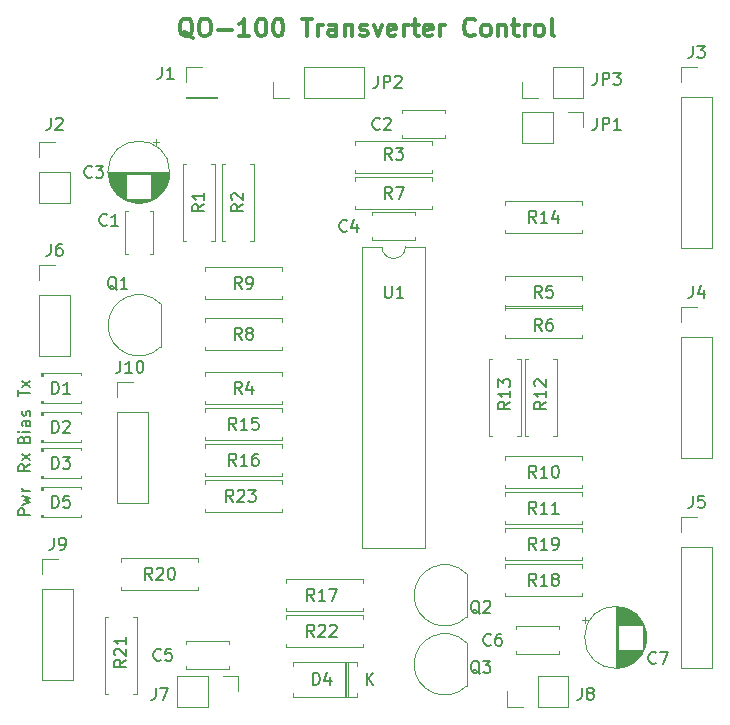
<source format=gbr>
%TF.GenerationSoftware,KiCad,Pcbnew,(5.1.6)-1*%
%TF.CreationDate,2020-07-01T11:52:29+01:00*%
%TF.ProjectId,QO100_Control_V2,514f3130-305f-4436-9f6e-74726f6c5f56,rev?*%
%TF.SameCoordinates,Original*%
%TF.FileFunction,Legend,Top*%
%TF.FilePolarity,Positive*%
%FSLAX46Y46*%
G04 Gerber Fmt 4.6, Leading zero omitted, Abs format (unit mm)*
G04 Created by KiCad (PCBNEW (5.1.6)-1) date 2020-07-01 11:52:29*
%MOMM*%
%LPD*%
G01*
G04 APERTURE LIST*
%ADD10C,0.300000*%
%ADD11C,0.150000*%
%ADD12C,0.120000*%
G04 APERTURE END LIST*
D10*
X128033714Y-72957428D02*
X127890857Y-72886000D01*
X127748000Y-72743142D01*
X127533714Y-72528857D01*
X127390857Y-72457428D01*
X127248000Y-72457428D01*
X127319428Y-72814571D02*
X127176571Y-72743142D01*
X127033714Y-72600285D01*
X126962285Y-72314571D01*
X126962285Y-71814571D01*
X127033714Y-71528857D01*
X127176571Y-71386000D01*
X127319428Y-71314571D01*
X127605142Y-71314571D01*
X127748000Y-71386000D01*
X127890857Y-71528857D01*
X127962285Y-71814571D01*
X127962285Y-72314571D01*
X127890857Y-72600285D01*
X127748000Y-72743142D01*
X127605142Y-72814571D01*
X127319428Y-72814571D01*
X128890857Y-71314571D02*
X129176571Y-71314571D01*
X129319428Y-71386000D01*
X129462285Y-71528857D01*
X129533714Y-71814571D01*
X129533714Y-72314571D01*
X129462285Y-72600285D01*
X129319428Y-72743142D01*
X129176571Y-72814571D01*
X128890857Y-72814571D01*
X128748000Y-72743142D01*
X128605142Y-72600285D01*
X128533714Y-72314571D01*
X128533714Y-71814571D01*
X128605142Y-71528857D01*
X128748000Y-71386000D01*
X128890857Y-71314571D01*
X130176571Y-72243142D02*
X131319428Y-72243142D01*
X132819428Y-72814571D02*
X131962285Y-72814571D01*
X132390857Y-72814571D02*
X132390857Y-71314571D01*
X132248000Y-71528857D01*
X132105142Y-71671714D01*
X131962285Y-71743142D01*
X133748000Y-71314571D02*
X133890857Y-71314571D01*
X134033714Y-71386000D01*
X134105142Y-71457428D01*
X134176571Y-71600285D01*
X134248000Y-71886000D01*
X134248000Y-72243142D01*
X134176571Y-72528857D01*
X134105142Y-72671714D01*
X134033714Y-72743142D01*
X133890857Y-72814571D01*
X133748000Y-72814571D01*
X133605142Y-72743142D01*
X133533714Y-72671714D01*
X133462285Y-72528857D01*
X133390857Y-72243142D01*
X133390857Y-71886000D01*
X133462285Y-71600285D01*
X133533714Y-71457428D01*
X133605142Y-71386000D01*
X133748000Y-71314571D01*
X135176571Y-71314571D02*
X135319428Y-71314571D01*
X135462285Y-71386000D01*
X135533714Y-71457428D01*
X135605142Y-71600285D01*
X135676571Y-71886000D01*
X135676571Y-72243142D01*
X135605142Y-72528857D01*
X135533714Y-72671714D01*
X135462285Y-72743142D01*
X135319428Y-72814571D01*
X135176571Y-72814571D01*
X135033714Y-72743142D01*
X134962285Y-72671714D01*
X134890857Y-72528857D01*
X134819428Y-72243142D01*
X134819428Y-71886000D01*
X134890857Y-71600285D01*
X134962285Y-71457428D01*
X135033714Y-71386000D01*
X135176571Y-71314571D01*
X137248000Y-71314571D02*
X138105142Y-71314571D01*
X137676571Y-72814571D02*
X137676571Y-71314571D01*
X138605142Y-72814571D02*
X138605142Y-71814571D01*
X138605142Y-72100285D02*
X138676571Y-71957428D01*
X138748000Y-71886000D01*
X138890857Y-71814571D01*
X139033714Y-71814571D01*
X140176571Y-72814571D02*
X140176571Y-72028857D01*
X140105142Y-71886000D01*
X139962285Y-71814571D01*
X139676571Y-71814571D01*
X139533714Y-71886000D01*
X140176571Y-72743142D02*
X140033714Y-72814571D01*
X139676571Y-72814571D01*
X139533714Y-72743142D01*
X139462285Y-72600285D01*
X139462285Y-72457428D01*
X139533714Y-72314571D01*
X139676571Y-72243142D01*
X140033714Y-72243142D01*
X140176571Y-72171714D01*
X140890857Y-71814571D02*
X140890857Y-72814571D01*
X140890857Y-71957428D02*
X140962285Y-71886000D01*
X141105142Y-71814571D01*
X141319428Y-71814571D01*
X141462285Y-71886000D01*
X141533714Y-72028857D01*
X141533714Y-72814571D01*
X142176571Y-72743142D02*
X142319428Y-72814571D01*
X142605142Y-72814571D01*
X142748000Y-72743142D01*
X142819428Y-72600285D01*
X142819428Y-72528857D01*
X142748000Y-72386000D01*
X142605142Y-72314571D01*
X142390857Y-72314571D01*
X142248000Y-72243142D01*
X142176571Y-72100285D01*
X142176571Y-72028857D01*
X142248000Y-71886000D01*
X142390857Y-71814571D01*
X142605142Y-71814571D01*
X142748000Y-71886000D01*
X143319428Y-71814571D02*
X143676571Y-72814571D01*
X144033714Y-71814571D01*
X145176571Y-72743142D02*
X145033714Y-72814571D01*
X144748000Y-72814571D01*
X144605142Y-72743142D01*
X144533714Y-72600285D01*
X144533714Y-72028857D01*
X144605142Y-71886000D01*
X144748000Y-71814571D01*
X145033714Y-71814571D01*
X145176571Y-71886000D01*
X145248000Y-72028857D01*
X145248000Y-72171714D01*
X144533714Y-72314571D01*
X145890857Y-72814571D02*
X145890857Y-71814571D01*
X145890857Y-72100285D02*
X145962285Y-71957428D01*
X146033714Y-71886000D01*
X146176571Y-71814571D01*
X146319428Y-71814571D01*
X146605142Y-71814571D02*
X147176571Y-71814571D01*
X146819428Y-71314571D02*
X146819428Y-72600285D01*
X146890857Y-72743142D01*
X147033714Y-72814571D01*
X147176571Y-72814571D01*
X148248000Y-72743142D02*
X148105142Y-72814571D01*
X147819428Y-72814571D01*
X147676571Y-72743142D01*
X147605142Y-72600285D01*
X147605142Y-72028857D01*
X147676571Y-71886000D01*
X147819428Y-71814571D01*
X148105142Y-71814571D01*
X148248000Y-71886000D01*
X148319428Y-72028857D01*
X148319428Y-72171714D01*
X147605142Y-72314571D01*
X148962285Y-72814571D02*
X148962285Y-71814571D01*
X148962285Y-72100285D02*
X149033714Y-71957428D01*
X149105142Y-71886000D01*
X149248000Y-71814571D01*
X149390857Y-71814571D01*
X151890857Y-72671714D02*
X151819428Y-72743142D01*
X151605142Y-72814571D01*
X151462285Y-72814571D01*
X151248000Y-72743142D01*
X151105142Y-72600285D01*
X151033714Y-72457428D01*
X150962285Y-72171714D01*
X150962285Y-71957428D01*
X151033714Y-71671714D01*
X151105142Y-71528857D01*
X151248000Y-71386000D01*
X151462285Y-71314571D01*
X151605142Y-71314571D01*
X151819428Y-71386000D01*
X151890857Y-71457428D01*
X152748000Y-72814571D02*
X152605142Y-72743142D01*
X152533714Y-72671714D01*
X152462285Y-72528857D01*
X152462285Y-72100285D01*
X152533714Y-71957428D01*
X152605142Y-71886000D01*
X152748000Y-71814571D01*
X152962285Y-71814571D01*
X153105142Y-71886000D01*
X153176571Y-71957428D01*
X153248000Y-72100285D01*
X153248000Y-72528857D01*
X153176571Y-72671714D01*
X153105142Y-72743142D01*
X152962285Y-72814571D01*
X152748000Y-72814571D01*
X153890857Y-71814571D02*
X153890857Y-72814571D01*
X153890857Y-71957428D02*
X153962285Y-71886000D01*
X154105142Y-71814571D01*
X154319428Y-71814571D01*
X154462285Y-71886000D01*
X154533714Y-72028857D01*
X154533714Y-72814571D01*
X155033714Y-71814571D02*
X155605142Y-71814571D01*
X155248000Y-71314571D02*
X155248000Y-72600285D01*
X155319428Y-72743142D01*
X155462285Y-72814571D01*
X155605142Y-72814571D01*
X156105142Y-72814571D02*
X156105142Y-71814571D01*
X156105142Y-72100285D02*
X156176571Y-71957428D01*
X156248000Y-71886000D01*
X156390857Y-71814571D01*
X156533714Y-71814571D01*
X157248000Y-72814571D02*
X157105142Y-72743142D01*
X157033714Y-72671714D01*
X156962285Y-72528857D01*
X156962285Y-72100285D01*
X157033714Y-71957428D01*
X157105142Y-71886000D01*
X157248000Y-71814571D01*
X157462285Y-71814571D01*
X157605142Y-71886000D01*
X157676571Y-71957428D01*
X157748000Y-72100285D01*
X157748000Y-72528857D01*
X157676571Y-72671714D01*
X157605142Y-72743142D01*
X157462285Y-72814571D01*
X157248000Y-72814571D01*
X158605142Y-72814571D02*
X158462285Y-72743142D01*
X158390857Y-72600285D01*
X158390857Y-71314571D01*
D11*
X114244380Y-113363238D02*
X113244380Y-113363238D01*
X113244380Y-112982285D01*
X113292000Y-112887047D01*
X113339619Y-112839428D01*
X113434857Y-112791809D01*
X113577714Y-112791809D01*
X113672952Y-112839428D01*
X113720571Y-112887047D01*
X113768190Y-112982285D01*
X113768190Y-113363238D01*
X113577714Y-112458476D02*
X114244380Y-112268000D01*
X113768190Y-112077523D01*
X114244380Y-111887047D01*
X113577714Y-111696571D01*
X114244380Y-111315619D02*
X113577714Y-111315619D01*
X113768190Y-111315619D02*
X113672952Y-111268000D01*
X113625333Y-111220380D01*
X113577714Y-111125142D01*
X113577714Y-111029904D01*
X113244380Y-103306476D02*
X113244380Y-102735047D01*
X114244380Y-103020761D02*
X113244380Y-103020761D01*
X114244380Y-102496952D02*
X113577714Y-101973142D01*
X113577714Y-102496952D02*
X114244380Y-101973142D01*
X113720571Y-106941809D02*
X113768190Y-106798952D01*
X113815809Y-106751333D01*
X113911047Y-106703714D01*
X114053904Y-106703714D01*
X114149142Y-106751333D01*
X114196761Y-106798952D01*
X114244380Y-106894190D01*
X114244380Y-107275142D01*
X113244380Y-107275142D01*
X113244380Y-106941809D01*
X113292000Y-106846571D01*
X113339619Y-106798952D01*
X113434857Y-106751333D01*
X113530095Y-106751333D01*
X113625333Y-106798952D01*
X113672952Y-106846571D01*
X113720571Y-106941809D01*
X113720571Y-107275142D01*
X114244380Y-106275142D02*
X113577714Y-106275142D01*
X113244380Y-106275142D02*
X113292000Y-106322761D01*
X113339619Y-106275142D01*
X113292000Y-106227523D01*
X113244380Y-106275142D01*
X113339619Y-106275142D01*
X114244380Y-105370380D02*
X113720571Y-105370380D01*
X113625333Y-105418000D01*
X113577714Y-105513238D01*
X113577714Y-105703714D01*
X113625333Y-105798952D01*
X114196761Y-105370380D02*
X114244380Y-105465619D01*
X114244380Y-105703714D01*
X114196761Y-105798952D01*
X114101523Y-105846571D01*
X114006285Y-105846571D01*
X113911047Y-105798952D01*
X113863428Y-105703714D01*
X113863428Y-105465619D01*
X113815809Y-105370380D01*
X114196761Y-104941809D02*
X114244380Y-104846571D01*
X114244380Y-104656095D01*
X114196761Y-104560857D01*
X114101523Y-104513238D01*
X114053904Y-104513238D01*
X113958666Y-104560857D01*
X113911047Y-104656095D01*
X113911047Y-104798952D01*
X113863428Y-104894190D01*
X113768190Y-104941809D01*
X113720571Y-104941809D01*
X113625333Y-104894190D01*
X113577714Y-104798952D01*
X113577714Y-104656095D01*
X113625333Y-104560857D01*
X114244380Y-109061238D02*
X113768190Y-109394571D01*
X114244380Y-109632666D02*
X113244380Y-109632666D01*
X113244380Y-109251714D01*
X113292000Y-109156476D01*
X113339619Y-109108857D01*
X113434857Y-109061238D01*
X113577714Y-109061238D01*
X113672952Y-109108857D01*
X113720571Y-109156476D01*
X113768190Y-109251714D01*
X113768190Y-109632666D01*
X114244380Y-108727904D02*
X113577714Y-108204095D01*
X113577714Y-108727904D02*
X114244380Y-108204095D01*
D12*
%TO.C,JP1*%
X155896000Y-79188000D02*
X155896000Y-81848000D01*
X158496000Y-79188000D02*
X155896000Y-79188000D01*
X158496000Y-81848000D02*
X155896000Y-81848000D01*
X158496000Y-79188000D02*
X158496000Y-81848000D01*
X159766000Y-79188000D02*
X161096000Y-79188000D01*
X161096000Y-79188000D02*
X161096000Y-80518000D01*
%TO.C,R11*%
X154464000Y-111406000D02*
X154464000Y-111736000D01*
X161004000Y-111406000D02*
X154464000Y-111406000D01*
X161004000Y-111736000D02*
X161004000Y-111406000D01*
X154464000Y-114146000D02*
X154464000Y-113816000D01*
X161004000Y-114146000D02*
X154464000Y-114146000D01*
X161004000Y-113816000D02*
X161004000Y-114146000D01*
%TO.C,C1*%
X122274000Y-91248000D02*
X122274000Y-87608000D01*
X124614000Y-91248000D02*
X124614000Y-87608000D01*
X122274000Y-91248000D02*
X122519000Y-91248000D01*
X124369000Y-91248000D02*
X124614000Y-91248000D01*
X122274000Y-87608000D02*
X122519000Y-87608000D01*
X124369000Y-87608000D02*
X124614000Y-87608000D01*
%TO.C,C2*%
X149414000Y-81434000D02*
X145774000Y-81434000D01*
X149414000Y-79094000D02*
X145774000Y-79094000D01*
X149414000Y-81434000D02*
X149414000Y-81189000D01*
X149414000Y-79339000D02*
X149414000Y-79094000D01*
X145774000Y-81434000D02*
X145774000Y-81189000D01*
X145774000Y-79339000D02*
X145774000Y-79094000D01*
%TO.C,C3*%
X126064000Y-84308000D02*
G75*
G03*
X126064000Y-84308000I-2620000J0D01*
G01*
X126024000Y-84308000D02*
X120864000Y-84308000D01*
X126024000Y-84348000D02*
X120864000Y-84348000D01*
X126023000Y-84388000D02*
X120865000Y-84388000D01*
X126022000Y-84428000D02*
X120866000Y-84428000D01*
X126020000Y-84468000D02*
X120868000Y-84468000D01*
X126017000Y-84508000D02*
X120871000Y-84508000D01*
X126013000Y-84548000D02*
X124484000Y-84548000D01*
X122404000Y-84548000D02*
X120875000Y-84548000D01*
X126009000Y-84588000D02*
X124484000Y-84588000D01*
X122404000Y-84588000D02*
X120879000Y-84588000D01*
X126005000Y-84628000D02*
X124484000Y-84628000D01*
X122404000Y-84628000D02*
X120883000Y-84628000D01*
X126000000Y-84668000D02*
X124484000Y-84668000D01*
X122404000Y-84668000D02*
X120888000Y-84668000D01*
X125994000Y-84708000D02*
X124484000Y-84708000D01*
X122404000Y-84708000D02*
X120894000Y-84708000D01*
X125987000Y-84748000D02*
X124484000Y-84748000D01*
X122404000Y-84748000D02*
X120901000Y-84748000D01*
X125980000Y-84788000D02*
X124484000Y-84788000D01*
X122404000Y-84788000D02*
X120908000Y-84788000D01*
X125972000Y-84828000D02*
X124484000Y-84828000D01*
X122404000Y-84828000D02*
X120916000Y-84828000D01*
X125964000Y-84868000D02*
X124484000Y-84868000D01*
X122404000Y-84868000D02*
X120924000Y-84868000D01*
X125955000Y-84908000D02*
X124484000Y-84908000D01*
X122404000Y-84908000D02*
X120933000Y-84908000D01*
X125945000Y-84948000D02*
X124484000Y-84948000D01*
X122404000Y-84948000D02*
X120943000Y-84948000D01*
X125935000Y-84988000D02*
X124484000Y-84988000D01*
X122404000Y-84988000D02*
X120953000Y-84988000D01*
X125924000Y-85029000D02*
X124484000Y-85029000D01*
X122404000Y-85029000D02*
X120964000Y-85029000D01*
X125912000Y-85069000D02*
X124484000Y-85069000D01*
X122404000Y-85069000D02*
X120976000Y-85069000D01*
X125899000Y-85109000D02*
X124484000Y-85109000D01*
X122404000Y-85109000D02*
X120989000Y-85109000D01*
X125886000Y-85149000D02*
X124484000Y-85149000D01*
X122404000Y-85149000D02*
X121002000Y-85149000D01*
X125872000Y-85189000D02*
X124484000Y-85189000D01*
X122404000Y-85189000D02*
X121016000Y-85189000D01*
X125858000Y-85229000D02*
X124484000Y-85229000D01*
X122404000Y-85229000D02*
X121030000Y-85229000D01*
X125842000Y-85269000D02*
X124484000Y-85269000D01*
X122404000Y-85269000D02*
X121046000Y-85269000D01*
X125826000Y-85309000D02*
X124484000Y-85309000D01*
X122404000Y-85309000D02*
X121062000Y-85309000D01*
X125809000Y-85349000D02*
X124484000Y-85349000D01*
X122404000Y-85349000D02*
X121079000Y-85349000D01*
X125792000Y-85389000D02*
X124484000Y-85389000D01*
X122404000Y-85389000D02*
X121096000Y-85389000D01*
X125773000Y-85429000D02*
X124484000Y-85429000D01*
X122404000Y-85429000D02*
X121115000Y-85429000D01*
X125754000Y-85469000D02*
X124484000Y-85469000D01*
X122404000Y-85469000D02*
X121134000Y-85469000D01*
X125734000Y-85509000D02*
X124484000Y-85509000D01*
X122404000Y-85509000D02*
X121154000Y-85509000D01*
X125712000Y-85549000D02*
X124484000Y-85549000D01*
X122404000Y-85549000D02*
X121176000Y-85549000D01*
X125691000Y-85589000D02*
X124484000Y-85589000D01*
X122404000Y-85589000D02*
X121197000Y-85589000D01*
X125668000Y-85629000D02*
X124484000Y-85629000D01*
X122404000Y-85629000D02*
X121220000Y-85629000D01*
X125644000Y-85669000D02*
X124484000Y-85669000D01*
X122404000Y-85669000D02*
X121244000Y-85669000D01*
X125619000Y-85709000D02*
X124484000Y-85709000D01*
X122404000Y-85709000D02*
X121269000Y-85709000D01*
X125593000Y-85749000D02*
X124484000Y-85749000D01*
X122404000Y-85749000D02*
X121295000Y-85749000D01*
X125566000Y-85789000D02*
X124484000Y-85789000D01*
X122404000Y-85789000D02*
X121322000Y-85789000D01*
X125539000Y-85829000D02*
X124484000Y-85829000D01*
X122404000Y-85829000D02*
X121349000Y-85829000D01*
X125509000Y-85869000D02*
X124484000Y-85869000D01*
X122404000Y-85869000D02*
X121379000Y-85869000D01*
X125479000Y-85909000D02*
X124484000Y-85909000D01*
X122404000Y-85909000D02*
X121409000Y-85909000D01*
X125448000Y-85949000D02*
X124484000Y-85949000D01*
X122404000Y-85949000D02*
X121440000Y-85949000D01*
X125415000Y-85989000D02*
X124484000Y-85989000D01*
X122404000Y-85989000D02*
X121473000Y-85989000D01*
X125381000Y-86029000D02*
X124484000Y-86029000D01*
X122404000Y-86029000D02*
X121507000Y-86029000D01*
X125345000Y-86069000D02*
X124484000Y-86069000D01*
X122404000Y-86069000D02*
X121543000Y-86069000D01*
X125308000Y-86109000D02*
X124484000Y-86109000D01*
X122404000Y-86109000D02*
X121580000Y-86109000D01*
X125270000Y-86149000D02*
X124484000Y-86149000D01*
X122404000Y-86149000D02*
X121618000Y-86149000D01*
X125229000Y-86189000D02*
X124484000Y-86189000D01*
X122404000Y-86189000D02*
X121659000Y-86189000D01*
X125187000Y-86229000D02*
X124484000Y-86229000D01*
X122404000Y-86229000D02*
X121701000Y-86229000D01*
X125143000Y-86269000D02*
X124484000Y-86269000D01*
X122404000Y-86269000D02*
X121745000Y-86269000D01*
X125097000Y-86309000D02*
X124484000Y-86309000D01*
X122404000Y-86309000D02*
X121791000Y-86309000D01*
X125049000Y-86349000D02*
X124484000Y-86349000D01*
X122404000Y-86349000D02*
X121839000Y-86349000D01*
X124998000Y-86389000D02*
X124484000Y-86389000D01*
X122404000Y-86389000D02*
X121890000Y-86389000D01*
X124944000Y-86429000D02*
X124484000Y-86429000D01*
X122404000Y-86429000D02*
X121944000Y-86429000D01*
X124887000Y-86469000D02*
X124484000Y-86469000D01*
X122404000Y-86469000D02*
X122001000Y-86469000D01*
X124827000Y-86509000D02*
X124484000Y-86509000D01*
X122404000Y-86509000D02*
X122061000Y-86509000D01*
X124763000Y-86549000D02*
X124484000Y-86549000D01*
X122404000Y-86549000D02*
X122125000Y-86549000D01*
X124695000Y-86589000D02*
X124484000Y-86589000D01*
X122404000Y-86589000D02*
X122193000Y-86589000D01*
X124622000Y-86629000D02*
X122266000Y-86629000D01*
X124542000Y-86669000D02*
X122346000Y-86669000D01*
X124455000Y-86709000D02*
X122433000Y-86709000D01*
X124359000Y-86749000D02*
X122529000Y-86749000D01*
X124249000Y-86789000D02*
X122639000Y-86789000D01*
X124121000Y-86829000D02*
X122767000Y-86829000D01*
X123962000Y-86869000D02*
X122926000Y-86869000D01*
X123728000Y-86909000D02*
X123160000Y-86909000D01*
X124919000Y-81503225D02*
X124919000Y-82003225D01*
X125169000Y-81753225D02*
X124669000Y-81753225D01*
%TO.C,C4*%
X146874000Y-89825000D02*
X146874000Y-90070000D01*
X146874000Y-87730000D02*
X146874000Y-87975000D01*
X143234000Y-89825000D02*
X143234000Y-90070000D01*
X143234000Y-87730000D02*
X143234000Y-87975000D01*
X143234000Y-90070000D02*
X146874000Y-90070000D01*
X143234000Y-87730000D02*
X146874000Y-87730000D01*
%TO.C,C5*%
X127486000Y-124297000D02*
X127486000Y-124052000D01*
X127486000Y-126392000D02*
X127486000Y-126147000D01*
X131126000Y-124297000D02*
X131126000Y-124052000D01*
X131126000Y-126392000D02*
X131126000Y-126147000D01*
X131126000Y-124052000D02*
X127486000Y-124052000D01*
X131126000Y-126392000D02*
X127486000Y-126392000D01*
%TO.C,C6*%
X155386000Y-122782000D02*
X159026000Y-122782000D01*
X155386000Y-125122000D02*
X159026000Y-125122000D01*
X155386000Y-122782000D02*
X155386000Y-123027000D01*
X155386000Y-124877000D02*
X155386000Y-125122000D01*
X159026000Y-122782000D02*
X159026000Y-123027000D01*
X159026000Y-124877000D02*
X159026000Y-125122000D01*
%TO.C,C7*%
X161255225Y-121973000D02*
X161255225Y-122473000D01*
X161005225Y-122223000D02*
X161505225Y-122223000D01*
X166411000Y-123414000D02*
X166411000Y-123982000D01*
X166371000Y-123180000D02*
X166371000Y-124216000D01*
X166331000Y-123021000D02*
X166331000Y-124375000D01*
X166291000Y-122893000D02*
X166291000Y-124503000D01*
X166251000Y-122783000D02*
X166251000Y-124613000D01*
X166211000Y-122687000D02*
X166211000Y-124709000D01*
X166171000Y-122600000D02*
X166171000Y-124796000D01*
X166131000Y-122520000D02*
X166131000Y-124876000D01*
X166091000Y-124738000D02*
X166091000Y-124949000D01*
X166091000Y-122447000D02*
X166091000Y-122658000D01*
X166051000Y-124738000D02*
X166051000Y-125017000D01*
X166051000Y-122379000D02*
X166051000Y-122658000D01*
X166011000Y-124738000D02*
X166011000Y-125081000D01*
X166011000Y-122315000D02*
X166011000Y-122658000D01*
X165971000Y-124738000D02*
X165971000Y-125141000D01*
X165971000Y-122255000D02*
X165971000Y-122658000D01*
X165931000Y-124738000D02*
X165931000Y-125198000D01*
X165931000Y-122198000D02*
X165931000Y-122658000D01*
X165891000Y-124738000D02*
X165891000Y-125252000D01*
X165891000Y-122144000D02*
X165891000Y-122658000D01*
X165851000Y-124738000D02*
X165851000Y-125303000D01*
X165851000Y-122093000D02*
X165851000Y-122658000D01*
X165811000Y-124738000D02*
X165811000Y-125351000D01*
X165811000Y-122045000D02*
X165811000Y-122658000D01*
X165771000Y-124738000D02*
X165771000Y-125397000D01*
X165771000Y-121999000D02*
X165771000Y-122658000D01*
X165731000Y-124738000D02*
X165731000Y-125441000D01*
X165731000Y-121955000D02*
X165731000Y-122658000D01*
X165691000Y-124738000D02*
X165691000Y-125483000D01*
X165691000Y-121913000D02*
X165691000Y-122658000D01*
X165651000Y-124738000D02*
X165651000Y-125524000D01*
X165651000Y-121872000D02*
X165651000Y-122658000D01*
X165611000Y-124738000D02*
X165611000Y-125562000D01*
X165611000Y-121834000D02*
X165611000Y-122658000D01*
X165571000Y-124738000D02*
X165571000Y-125599000D01*
X165571000Y-121797000D02*
X165571000Y-122658000D01*
X165531000Y-124738000D02*
X165531000Y-125635000D01*
X165531000Y-121761000D02*
X165531000Y-122658000D01*
X165491000Y-124738000D02*
X165491000Y-125669000D01*
X165491000Y-121727000D02*
X165491000Y-122658000D01*
X165451000Y-124738000D02*
X165451000Y-125702000D01*
X165451000Y-121694000D02*
X165451000Y-122658000D01*
X165411000Y-124738000D02*
X165411000Y-125733000D01*
X165411000Y-121663000D02*
X165411000Y-122658000D01*
X165371000Y-124738000D02*
X165371000Y-125763000D01*
X165371000Y-121633000D02*
X165371000Y-122658000D01*
X165331000Y-124738000D02*
X165331000Y-125793000D01*
X165331000Y-121603000D02*
X165331000Y-122658000D01*
X165291000Y-124738000D02*
X165291000Y-125820000D01*
X165291000Y-121576000D02*
X165291000Y-122658000D01*
X165251000Y-124738000D02*
X165251000Y-125847000D01*
X165251000Y-121549000D02*
X165251000Y-122658000D01*
X165211000Y-124738000D02*
X165211000Y-125873000D01*
X165211000Y-121523000D02*
X165211000Y-122658000D01*
X165171000Y-124738000D02*
X165171000Y-125898000D01*
X165171000Y-121498000D02*
X165171000Y-122658000D01*
X165131000Y-124738000D02*
X165131000Y-125922000D01*
X165131000Y-121474000D02*
X165131000Y-122658000D01*
X165091000Y-124738000D02*
X165091000Y-125945000D01*
X165091000Y-121451000D02*
X165091000Y-122658000D01*
X165051000Y-124738000D02*
X165051000Y-125966000D01*
X165051000Y-121430000D02*
X165051000Y-122658000D01*
X165011000Y-124738000D02*
X165011000Y-125988000D01*
X165011000Y-121408000D02*
X165011000Y-122658000D01*
X164971000Y-124738000D02*
X164971000Y-126008000D01*
X164971000Y-121388000D02*
X164971000Y-122658000D01*
X164931000Y-124738000D02*
X164931000Y-126027000D01*
X164931000Y-121369000D02*
X164931000Y-122658000D01*
X164891000Y-124738000D02*
X164891000Y-126046000D01*
X164891000Y-121350000D02*
X164891000Y-122658000D01*
X164851000Y-124738000D02*
X164851000Y-126063000D01*
X164851000Y-121333000D02*
X164851000Y-122658000D01*
X164811000Y-124738000D02*
X164811000Y-126080000D01*
X164811000Y-121316000D02*
X164811000Y-122658000D01*
X164771000Y-124738000D02*
X164771000Y-126096000D01*
X164771000Y-121300000D02*
X164771000Y-122658000D01*
X164731000Y-124738000D02*
X164731000Y-126112000D01*
X164731000Y-121284000D02*
X164731000Y-122658000D01*
X164691000Y-124738000D02*
X164691000Y-126126000D01*
X164691000Y-121270000D02*
X164691000Y-122658000D01*
X164651000Y-124738000D02*
X164651000Y-126140000D01*
X164651000Y-121256000D02*
X164651000Y-122658000D01*
X164611000Y-124738000D02*
X164611000Y-126153000D01*
X164611000Y-121243000D02*
X164611000Y-122658000D01*
X164571000Y-124738000D02*
X164571000Y-126166000D01*
X164571000Y-121230000D02*
X164571000Y-122658000D01*
X164531000Y-124738000D02*
X164531000Y-126178000D01*
X164531000Y-121218000D02*
X164531000Y-122658000D01*
X164490000Y-124738000D02*
X164490000Y-126189000D01*
X164490000Y-121207000D02*
X164490000Y-122658000D01*
X164450000Y-124738000D02*
X164450000Y-126199000D01*
X164450000Y-121197000D02*
X164450000Y-122658000D01*
X164410000Y-124738000D02*
X164410000Y-126209000D01*
X164410000Y-121187000D02*
X164410000Y-122658000D01*
X164370000Y-124738000D02*
X164370000Y-126218000D01*
X164370000Y-121178000D02*
X164370000Y-122658000D01*
X164330000Y-124738000D02*
X164330000Y-126226000D01*
X164330000Y-121170000D02*
X164330000Y-122658000D01*
X164290000Y-124738000D02*
X164290000Y-126234000D01*
X164290000Y-121162000D02*
X164290000Y-122658000D01*
X164250000Y-124738000D02*
X164250000Y-126241000D01*
X164250000Y-121155000D02*
X164250000Y-122658000D01*
X164210000Y-124738000D02*
X164210000Y-126248000D01*
X164210000Y-121148000D02*
X164210000Y-122658000D01*
X164170000Y-124738000D02*
X164170000Y-126254000D01*
X164170000Y-121142000D02*
X164170000Y-122658000D01*
X164130000Y-124738000D02*
X164130000Y-126259000D01*
X164130000Y-121137000D02*
X164130000Y-122658000D01*
X164090000Y-124738000D02*
X164090000Y-126263000D01*
X164090000Y-121133000D02*
X164090000Y-122658000D01*
X164050000Y-124738000D02*
X164050000Y-126267000D01*
X164050000Y-121129000D02*
X164050000Y-122658000D01*
X164010000Y-121125000D02*
X164010000Y-126271000D01*
X163970000Y-121122000D02*
X163970000Y-126274000D01*
X163930000Y-121120000D02*
X163930000Y-126276000D01*
X163890000Y-121119000D02*
X163890000Y-126277000D01*
X163850000Y-121118000D02*
X163850000Y-126278000D01*
X163810000Y-121118000D02*
X163810000Y-126278000D01*
X166430000Y-123698000D02*
G75*
G03*
X166430000Y-123698000I-2620000J0D01*
G01*
%TO.C,D1*%
X115130000Y-101356000D02*
X118550000Y-101356000D01*
X115130000Y-103876000D02*
X118550000Y-103876000D01*
X115130000Y-101356000D02*
X115130000Y-101536000D01*
X115130000Y-103696000D02*
X115130000Y-103876000D01*
X118550000Y-101356000D02*
X118550000Y-101521000D01*
X118550000Y-103711000D02*
X118550000Y-103876000D01*
X115250000Y-101356000D02*
X115250000Y-101536000D01*
X115250000Y-103696000D02*
X115250000Y-103876000D01*
X115370000Y-101356000D02*
X115370000Y-101536000D01*
X115370000Y-103696000D02*
X115370000Y-103876000D01*
%TO.C,D2*%
X115130000Y-104658000D02*
X118550000Y-104658000D01*
X115130000Y-107178000D02*
X118550000Y-107178000D01*
X115130000Y-104658000D02*
X115130000Y-104838000D01*
X115130000Y-106998000D02*
X115130000Y-107178000D01*
X118550000Y-104658000D02*
X118550000Y-104823000D01*
X118550000Y-107013000D02*
X118550000Y-107178000D01*
X115250000Y-104658000D02*
X115250000Y-104838000D01*
X115250000Y-106998000D02*
X115250000Y-107178000D01*
X115370000Y-104658000D02*
X115370000Y-104838000D01*
X115370000Y-106998000D02*
X115370000Y-107178000D01*
%TO.C,D3*%
X115370000Y-110046000D02*
X115370000Y-110226000D01*
X115370000Y-107706000D02*
X115370000Y-107886000D01*
X115250000Y-110046000D02*
X115250000Y-110226000D01*
X115250000Y-107706000D02*
X115250000Y-107886000D01*
X118550000Y-110061000D02*
X118550000Y-110226000D01*
X118550000Y-107706000D02*
X118550000Y-107871000D01*
X115130000Y-110046000D02*
X115130000Y-110226000D01*
X115130000Y-107706000D02*
X115130000Y-107886000D01*
X115130000Y-110226000D02*
X118550000Y-110226000D01*
X115130000Y-107706000D02*
X118550000Y-107706000D01*
%TO.C,J1*%
X127448000Y-78038000D02*
X130108000Y-78038000D01*
X127448000Y-77978000D02*
X127448000Y-78038000D01*
X130108000Y-77978000D02*
X130108000Y-78038000D01*
X127448000Y-77978000D02*
X130108000Y-77978000D01*
X127448000Y-76708000D02*
X127448000Y-75378000D01*
X127448000Y-75378000D02*
X128778000Y-75378000D01*
%TO.C,J2*%
X115002000Y-81728000D02*
X116332000Y-81728000D01*
X115002000Y-83058000D02*
X115002000Y-81728000D01*
X115002000Y-84328000D02*
X117662000Y-84328000D01*
X117662000Y-84328000D02*
X117662000Y-86928000D01*
X115002000Y-84328000D02*
X115002000Y-86928000D01*
X115002000Y-86928000D02*
X117662000Y-86928000D01*
%TO.C,J3*%
X169358000Y-90738000D02*
X172018000Y-90738000D01*
X169358000Y-77978000D02*
X169358000Y-90738000D01*
X172018000Y-77978000D02*
X172018000Y-90738000D01*
X169358000Y-77978000D02*
X172018000Y-77978000D01*
X169358000Y-76708000D02*
X169358000Y-75378000D01*
X169358000Y-75378000D02*
X170688000Y-75378000D01*
%TO.C,J6*%
X115002000Y-99882000D02*
X117662000Y-99882000D01*
X115002000Y-94742000D02*
X115002000Y-99882000D01*
X117662000Y-94742000D02*
X117662000Y-99882000D01*
X115002000Y-94742000D02*
X117662000Y-94742000D01*
X115002000Y-93472000D02*
X115002000Y-92142000D01*
X115002000Y-92142000D02*
X116332000Y-92142000D01*
%TO.C,J7*%
X131886000Y-126940000D02*
X131886000Y-128270000D01*
X130556000Y-126940000D02*
X131886000Y-126940000D01*
X129286000Y-126940000D02*
X129286000Y-129600000D01*
X129286000Y-129600000D02*
X126686000Y-129600000D01*
X129286000Y-126940000D02*
X126686000Y-126940000D01*
X126686000Y-126940000D02*
X126686000Y-129600000D01*
%TO.C,J8*%
X159826000Y-129600000D02*
X159826000Y-126940000D01*
X157226000Y-129600000D02*
X159826000Y-129600000D01*
X157226000Y-126940000D02*
X159826000Y-126940000D01*
X157226000Y-129600000D02*
X157226000Y-126940000D01*
X155956000Y-129600000D02*
X154626000Y-129600000D01*
X154626000Y-129600000D02*
X154626000Y-128270000D01*
%TO.C,JP2*%
X134814000Y-78038000D02*
X134814000Y-76708000D01*
X136144000Y-78038000D02*
X134814000Y-78038000D01*
X137414000Y-78038000D02*
X137414000Y-75378000D01*
X137414000Y-75378000D02*
X142554000Y-75378000D01*
X137414000Y-78038000D02*
X142554000Y-78038000D01*
X142554000Y-78038000D02*
X142554000Y-75378000D01*
%TO.C,JP3*%
X161096000Y-78038000D02*
X161096000Y-75378000D01*
X158496000Y-78038000D02*
X161096000Y-78038000D01*
X158496000Y-75378000D02*
X161096000Y-75378000D01*
X158496000Y-78038000D02*
X158496000Y-75378000D01*
X157226000Y-78038000D02*
X155896000Y-78038000D01*
X155896000Y-78038000D02*
X155896000Y-76708000D01*
%TO.C,Q1*%
X125294000Y-99082000D02*
X125294000Y-95482000D01*
X125282478Y-99120478D02*
G75*
G02*
X120844000Y-97282000I-1838478J1838478D01*
G01*
X125282478Y-95443522D02*
G75*
G03*
X120844000Y-97282000I-1838478J-1838478D01*
G01*
%TO.C,Q2*%
X151202000Y-121942000D02*
X151202000Y-118342000D01*
X151190478Y-118303522D02*
G75*
G03*
X146752000Y-120142000I-1838478J-1838478D01*
G01*
X151190478Y-121980478D02*
G75*
G02*
X146752000Y-120142000I-1838478J1838478D01*
G01*
%TO.C,Q3*%
X151202000Y-127784000D02*
X151202000Y-124184000D01*
X151190478Y-127822478D02*
G75*
G02*
X146752000Y-125984000I-1838478J1838478D01*
G01*
X151190478Y-124145522D02*
G75*
G03*
X146752000Y-125984000I-1838478J-1838478D01*
G01*
%TO.C,U1*%
X144034000Y-90618000D02*
X142384000Y-90618000D01*
X142384000Y-90618000D02*
X142384000Y-116138000D01*
X142384000Y-116138000D02*
X147684000Y-116138000D01*
X147684000Y-116138000D02*
X147684000Y-90618000D01*
X147684000Y-90618000D02*
X146034000Y-90618000D01*
X146034000Y-90618000D02*
G75*
G02*
X144034000Y-90618000I-1000000J0D01*
G01*
%TO.C,R1*%
X129564000Y-83598000D02*
X129894000Y-83598000D01*
X129894000Y-83598000D02*
X129894000Y-90138000D01*
X129894000Y-90138000D02*
X129564000Y-90138000D01*
X127484000Y-83598000D02*
X127154000Y-83598000D01*
X127154000Y-83598000D02*
X127154000Y-90138000D01*
X127154000Y-90138000D02*
X127484000Y-90138000D01*
%TO.C,R2*%
X130456000Y-90138000D02*
X130786000Y-90138000D01*
X130456000Y-83598000D02*
X130456000Y-90138000D01*
X130786000Y-83598000D02*
X130456000Y-83598000D01*
X133196000Y-90138000D02*
X132866000Y-90138000D01*
X133196000Y-83598000D02*
X133196000Y-90138000D01*
X132866000Y-83598000D02*
X133196000Y-83598000D01*
%TO.C,R3*%
X148304000Y-84428000D02*
X148304000Y-84098000D01*
X141764000Y-84428000D02*
X148304000Y-84428000D01*
X141764000Y-84098000D02*
X141764000Y-84428000D01*
X148304000Y-81688000D02*
X148304000Y-82018000D01*
X141764000Y-81688000D02*
X148304000Y-81688000D01*
X141764000Y-82018000D02*
X141764000Y-81688000D01*
%TO.C,R4*%
X129064000Y-101576000D02*
X129064000Y-101246000D01*
X129064000Y-101246000D02*
X135604000Y-101246000D01*
X135604000Y-101246000D02*
X135604000Y-101576000D01*
X129064000Y-103656000D02*
X129064000Y-103986000D01*
X129064000Y-103986000D02*
X135604000Y-103986000D01*
X135604000Y-103986000D02*
X135604000Y-103656000D01*
%TO.C,R5*%
X154464000Y-93118000D02*
X154464000Y-93448000D01*
X161004000Y-93118000D02*
X154464000Y-93118000D01*
X161004000Y-93448000D02*
X161004000Y-93118000D01*
X154464000Y-95858000D02*
X154464000Y-95528000D01*
X161004000Y-95858000D02*
X154464000Y-95858000D01*
X161004000Y-95528000D02*
X161004000Y-95858000D01*
%TO.C,R6*%
X161004000Y-98068000D02*
X161004000Y-98398000D01*
X161004000Y-98398000D02*
X154464000Y-98398000D01*
X154464000Y-98398000D02*
X154464000Y-98068000D01*
X161004000Y-95988000D02*
X161004000Y-95658000D01*
X161004000Y-95658000D02*
X154464000Y-95658000D01*
X154464000Y-95658000D02*
X154464000Y-95988000D01*
%TO.C,R7*%
X141764000Y-84736000D02*
X141764000Y-85066000D01*
X148304000Y-84736000D02*
X141764000Y-84736000D01*
X148304000Y-85066000D02*
X148304000Y-84736000D01*
X141764000Y-87476000D02*
X141764000Y-87146000D01*
X148304000Y-87476000D02*
X141764000Y-87476000D01*
X148304000Y-87146000D02*
X148304000Y-87476000D01*
%TO.C,R8*%
X129064000Y-97004000D02*
X129064000Y-96674000D01*
X129064000Y-96674000D02*
X135604000Y-96674000D01*
X135604000Y-96674000D02*
X135604000Y-97004000D01*
X129064000Y-99084000D02*
X129064000Y-99414000D01*
X129064000Y-99414000D02*
X135604000Y-99414000D01*
X135604000Y-99414000D02*
X135604000Y-99084000D01*
%TO.C,R9*%
X135604000Y-95096000D02*
X135604000Y-94766000D01*
X129064000Y-95096000D02*
X135604000Y-95096000D01*
X129064000Y-94766000D02*
X129064000Y-95096000D01*
X135604000Y-92356000D02*
X135604000Y-92686000D01*
X129064000Y-92356000D02*
X135604000Y-92356000D01*
X129064000Y-92686000D02*
X129064000Y-92356000D01*
%TO.C,R10*%
X161004000Y-110768000D02*
X161004000Y-111098000D01*
X161004000Y-111098000D02*
X154464000Y-111098000D01*
X154464000Y-111098000D02*
X154464000Y-110768000D01*
X161004000Y-108688000D02*
X161004000Y-108358000D01*
X161004000Y-108358000D02*
X154464000Y-108358000D01*
X154464000Y-108358000D02*
X154464000Y-108688000D01*
%TO.C,R12*%
X158520000Y-100108000D02*
X158850000Y-100108000D01*
X158850000Y-100108000D02*
X158850000Y-106648000D01*
X158850000Y-106648000D02*
X158520000Y-106648000D01*
X156440000Y-100108000D02*
X156110000Y-100108000D01*
X156110000Y-100108000D02*
X156110000Y-106648000D01*
X156110000Y-106648000D02*
X156440000Y-106648000D01*
%TO.C,R13*%
X155472000Y-100108000D02*
X155802000Y-100108000D01*
X155802000Y-100108000D02*
X155802000Y-106648000D01*
X155802000Y-106648000D02*
X155472000Y-106648000D01*
X153392000Y-100108000D02*
X153062000Y-100108000D01*
X153062000Y-100108000D02*
X153062000Y-106648000D01*
X153062000Y-106648000D02*
X153392000Y-106648000D01*
%TO.C,R14*%
X154464000Y-87098000D02*
X154464000Y-86768000D01*
X154464000Y-86768000D02*
X161004000Y-86768000D01*
X161004000Y-86768000D02*
X161004000Y-87098000D01*
X154464000Y-89178000D02*
X154464000Y-89508000D01*
X154464000Y-89508000D02*
X161004000Y-89508000D01*
X161004000Y-89508000D02*
X161004000Y-89178000D01*
%TO.C,R15*%
X135604000Y-106704000D02*
X135604000Y-107034000D01*
X135604000Y-107034000D02*
X129064000Y-107034000D01*
X129064000Y-107034000D02*
X129064000Y-106704000D01*
X135604000Y-104624000D02*
X135604000Y-104294000D01*
X135604000Y-104294000D02*
X129064000Y-104294000D01*
X129064000Y-104294000D02*
X129064000Y-104624000D01*
%TO.C,R16*%
X129064000Y-107342000D02*
X129064000Y-107672000D01*
X135604000Y-107342000D02*
X129064000Y-107342000D01*
X135604000Y-107672000D02*
X135604000Y-107342000D01*
X129064000Y-110082000D02*
X129064000Y-109752000D01*
X135604000Y-110082000D02*
X129064000Y-110082000D01*
X135604000Y-109752000D02*
X135604000Y-110082000D01*
%TO.C,R17*%
X135922000Y-118772000D02*
X135922000Y-119102000D01*
X142462000Y-118772000D02*
X135922000Y-118772000D01*
X142462000Y-119102000D02*
X142462000Y-118772000D01*
X135922000Y-121512000D02*
X135922000Y-121182000D01*
X142462000Y-121512000D02*
X135922000Y-121512000D01*
X142462000Y-121182000D02*
X142462000Y-121512000D01*
%TO.C,R18*%
X161004000Y-119912000D02*
X161004000Y-120242000D01*
X161004000Y-120242000D02*
X154464000Y-120242000D01*
X154464000Y-120242000D02*
X154464000Y-119912000D01*
X161004000Y-117832000D02*
X161004000Y-117502000D01*
X161004000Y-117502000D02*
X154464000Y-117502000D01*
X154464000Y-117502000D02*
X154464000Y-117832000D01*
%TO.C,R19*%
X154464000Y-114454000D02*
X154464000Y-114784000D01*
X161004000Y-114454000D02*
X154464000Y-114454000D01*
X161004000Y-114784000D02*
X161004000Y-114454000D01*
X154464000Y-117194000D02*
X154464000Y-116864000D01*
X161004000Y-117194000D02*
X154464000Y-117194000D01*
X161004000Y-116864000D02*
X161004000Y-117194000D01*
%TO.C,R20*%
X121952000Y-116994000D02*
X121952000Y-117324000D01*
X128492000Y-116994000D02*
X121952000Y-116994000D01*
X128492000Y-117324000D02*
X128492000Y-116994000D01*
X121952000Y-119734000D02*
X121952000Y-119404000D01*
X128492000Y-119734000D02*
X121952000Y-119734000D01*
X128492000Y-119404000D02*
X128492000Y-119734000D01*
%TO.C,R21*%
X122960000Y-121952000D02*
X123290000Y-121952000D01*
X123290000Y-121952000D02*
X123290000Y-128492000D01*
X123290000Y-128492000D02*
X122960000Y-128492000D01*
X120880000Y-121952000D02*
X120550000Y-121952000D01*
X120550000Y-121952000D02*
X120550000Y-128492000D01*
X120550000Y-128492000D02*
X120880000Y-128492000D01*
%TO.C,R22*%
X135922000Y-121820000D02*
X135922000Y-122150000D01*
X142462000Y-121820000D02*
X135922000Y-121820000D01*
X142462000Y-122150000D02*
X142462000Y-121820000D01*
X135922000Y-124560000D02*
X135922000Y-124230000D01*
X142462000Y-124560000D02*
X135922000Y-124560000D01*
X142462000Y-124230000D02*
X142462000Y-124560000D01*
%TO.C,D4*%
X141912000Y-128394000D02*
X141912000Y-128724000D01*
X141912000Y-128724000D02*
X136472000Y-128724000D01*
X136472000Y-128724000D02*
X136472000Y-128394000D01*
X141912000Y-126114000D02*
X141912000Y-125784000D01*
X141912000Y-125784000D02*
X136472000Y-125784000D01*
X136472000Y-125784000D02*
X136472000Y-126114000D01*
X141012000Y-128724000D02*
X141012000Y-125784000D01*
X140892000Y-128724000D02*
X140892000Y-125784000D01*
X141132000Y-128724000D02*
X141132000Y-125784000D01*
%TO.C,D5*%
X115370000Y-113348000D02*
X115370000Y-113528000D01*
X115370000Y-111008000D02*
X115370000Y-111188000D01*
X115250000Y-113348000D02*
X115250000Y-113528000D01*
X115250000Y-111008000D02*
X115250000Y-111188000D01*
X118550000Y-113363000D02*
X118550000Y-113528000D01*
X118550000Y-111008000D02*
X118550000Y-111173000D01*
X115130000Y-113348000D02*
X115130000Y-113528000D01*
X115130000Y-111008000D02*
X115130000Y-111188000D01*
X115130000Y-113528000D02*
X118550000Y-113528000D01*
X115130000Y-111008000D02*
X118550000Y-111008000D01*
%TO.C,J4*%
X169358000Y-108518000D02*
X172018000Y-108518000D01*
X169358000Y-98298000D02*
X169358000Y-108518000D01*
X172018000Y-98298000D02*
X172018000Y-108518000D01*
X169358000Y-98298000D02*
X172018000Y-98298000D01*
X169358000Y-97028000D02*
X169358000Y-95698000D01*
X169358000Y-95698000D02*
X170688000Y-95698000D01*
%TO.C,J5*%
X169358000Y-113478000D02*
X170688000Y-113478000D01*
X169358000Y-114808000D02*
X169358000Y-113478000D01*
X169358000Y-116078000D02*
X172018000Y-116078000D01*
X172018000Y-116078000D02*
X172018000Y-126298000D01*
X169358000Y-116078000D02*
X169358000Y-126298000D01*
X169358000Y-126298000D02*
X172018000Y-126298000D01*
%TO.C,J9*%
X115256000Y-127314000D02*
X117916000Y-127314000D01*
X115256000Y-119634000D02*
X115256000Y-127314000D01*
X117916000Y-119634000D02*
X117916000Y-127314000D01*
X115256000Y-119634000D02*
X117916000Y-119634000D01*
X115256000Y-118364000D02*
X115256000Y-117034000D01*
X115256000Y-117034000D02*
X116586000Y-117034000D01*
%TO.C,J10*%
X121606000Y-102048000D02*
X122936000Y-102048000D01*
X121606000Y-103378000D02*
X121606000Y-102048000D01*
X121606000Y-104648000D02*
X124266000Y-104648000D01*
X124266000Y-104648000D02*
X124266000Y-112328000D01*
X121606000Y-104648000D02*
X121606000Y-112328000D01*
X121606000Y-112328000D02*
X124266000Y-112328000D01*
%TO.C,R23*%
X129064000Y-110390000D02*
X129064000Y-110720000D01*
X135604000Y-110390000D02*
X129064000Y-110390000D01*
X135604000Y-110720000D02*
X135604000Y-110390000D01*
X129064000Y-113130000D02*
X129064000Y-112800000D01*
X135604000Y-113130000D02*
X129064000Y-113130000D01*
X135604000Y-112800000D02*
X135604000Y-113130000D01*
%TO.C,JP1*%
D11*
X162234666Y-79716380D02*
X162234666Y-80430666D01*
X162187047Y-80573523D01*
X162091809Y-80668761D01*
X161948952Y-80716380D01*
X161853714Y-80716380D01*
X162710857Y-80716380D02*
X162710857Y-79716380D01*
X163091809Y-79716380D01*
X163187047Y-79764000D01*
X163234666Y-79811619D01*
X163282285Y-79906857D01*
X163282285Y-80049714D01*
X163234666Y-80144952D01*
X163187047Y-80192571D01*
X163091809Y-80240190D01*
X162710857Y-80240190D01*
X164234666Y-80716380D02*
X163663238Y-80716380D01*
X163948952Y-80716380D02*
X163948952Y-79716380D01*
X163853714Y-79859238D01*
X163758476Y-79954476D01*
X163663238Y-80002095D01*
%TO.C,R11*%
X157091142Y-113228380D02*
X156757809Y-112752190D01*
X156519714Y-113228380D02*
X156519714Y-112228380D01*
X156900666Y-112228380D01*
X156995904Y-112276000D01*
X157043523Y-112323619D01*
X157091142Y-112418857D01*
X157091142Y-112561714D01*
X157043523Y-112656952D01*
X156995904Y-112704571D01*
X156900666Y-112752190D01*
X156519714Y-112752190D01*
X158043523Y-113228380D02*
X157472095Y-113228380D01*
X157757809Y-113228380D02*
X157757809Y-112228380D01*
X157662571Y-112371238D01*
X157567333Y-112466476D01*
X157472095Y-112514095D01*
X158995904Y-113228380D02*
X158424476Y-113228380D01*
X158710190Y-113228380D02*
X158710190Y-112228380D01*
X158614952Y-112371238D01*
X158519714Y-112466476D01*
X158424476Y-112514095D01*
%TO.C,C1*%
X120737333Y-88749142D02*
X120689714Y-88796761D01*
X120546857Y-88844380D01*
X120451619Y-88844380D01*
X120308761Y-88796761D01*
X120213523Y-88701523D01*
X120165904Y-88606285D01*
X120118285Y-88415809D01*
X120118285Y-88272952D01*
X120165904Y-88082476D01*
X120213523Y-87987238D01*
X120308761Y-87892000D01*
X120451619Y-87844380D01*
X120546857Y-87844380D01*
X120689714Y-87892000D01*
X120737333Y-87939619D01*
X121689714Y-88844380D02*
X121118285Y-88844380D01*
X121404000Y-88844380D02*
X121404000Y-87844380D01*
X121308761Y-87987238D01*
X121213523Y-88082476D01*
X121118285Y-88130095D01*
%TO.C,C2*%
X143851333Y-80621142D02*
X143803714Y-80668761D01*
X143660857Y-80716380D01*
X143565619Y-80716380D01*
X143422761Y-80668761D01*
X143327523Y-80573523D01*
X143279904Y-80478285D01*
X143232285Y-80287809D01*
X143232285Y-80144952D01*
X143279904Y-79954476D01*
X143327523Y-79859238D01*
X143422761Y-79764000D01*
X143565619Y-79716380D01*
X143660857Y-79716380D01*
X143803714Y-79764000D01*
X143851333Y-79811619D01*
X144232285Y-79811619D02*
X144279904Y-79764000D01*
X144375142Y-79716380D01*
X144613238Y-79716380D01*
X144708476Y-79764000D01*
X144756095Y-79811619D01*
X144803714Y-79906857D01*
X144803714Y-80002095D01*
X144756095Y-80144952D01*
X144184666Y-80716380D01*
X144803714Y-80716380D01*
%TO.C,C3*%
X119467333Y-84685142D02*
X119419714Y-84732761D01*
X119276857Y-84780380D01*
X119181619Y-84780380D01*
X119038761Y-84732761D01*
X118943523Y-84637523D01*
X118895904Y-84542285D01*
X118848285Y-84351809D01*
X118848285Y-84208952D01*
X118895904Y-84018476D01*
X118943523Y-83923238D01*
X119038761Y-83828000D01*
X119181619Y-83780380D01*
X119276857Y-83780380D01*
X119419714Y-83828000D01*
X119467333Y-83875619D01*
X119800666Y-83780380D02*
X120419714Y-83780380D01*
X120086380Y-84161333D01*
X120229238Y-84161333D01*
X120324476Y-84208952D01*
X120372095Y-84256571D01*
X120419714Y-84351809D01*
X120419714Y-84589904D01*
X120372095Y-84685142D01*
X120324476Y-84732761D01*
X120229238Y-84780380D01*
X119943523Y-84780380D01*
X119848285Y-84732761D01*
X119800666Y-84685142D01*
%TO.C,C4*%
X141057333Y-89257142D02*
X141009714Y-89304761D01*
X140866857Y-89352380D01*
X140771619Y-89352380D01*
X140628761Y-89304761D01*
X140533523Y-89209523D01*
X140485904Y-89114285D01*
X140438285Y-88923809D01*
X140438285Y-88780952D01*
X140485904Y-88590476D01*
X140533523Y-88495238D01*
X140628761Y-88400000D01*
X140771619Y-88352380D01*
X140866857Y-88352380D01*
X141009714Y-88400000D01*
X141057333Y-88447619D01*
X141914476Y-88685714D02*
X141914476Y-89352380D01*
X141676380Y-88304761D02*
X141438285Y-89019047D01*
X142057333Y-89019047D01*
%TO.C,C5*%
X125309333Y-125579142D02*
X125261714Y-125626761D01*
X125118857Y-125674380D01*
X125023619Y-125674380D01*
X124880761Y-125626761D01*
X124785523Y-125531523D01*
X124737904Y-125436285D01*
X124690285Y-125245809D01*
X124690285Y-125102952D01*
X124737904Y-124912476D01*
X124785523Y-124817238D01*
X124880761Y-124722000D01*
X125023619Y-124674380D01*
X125118857Y-124674380D01*
X125261714Y-124722000D01*
X125309333Y-124769619D01*
X126214095Y-124674380D02*
X125737904Y-124674380D01*
X125690285Y-125150571D01*
X125737904Y-125102952D01*
X125833142Y-125055333D01*
X126071238Y-125055333D01*
X126166476Y-125102952D01*
X126214095Y-125150571D01*
X126261714Y-125245809D01*
X126261714Y-125483904D01*
X126214095Y-125579142D01*
X126166476Y-125626761D01*
X126071238Y-125674380D01*
X125833142Y-125674380D01*
X125737904Y-125626761D01*
X125690285Y-125579142D01*
%TO.C,C6*%
X153249333Y-124309142D02*
X153201714Y-124356761D01*
X153058857Y-124404380D01*
X152963619Y-124404380D01*
X152820761Y-124356761D01*
X152725523Y-124261523D01*
X152677904Y-124166285D01*
X152630285Y-123975809D01*
X152630285Y-123832952D01*
X152677904Y-123642476D01*
X152725523Y-123547238D01*
X152820761Y-123452000D01*
X152963619Y-123404380D01*
X153058857Y-123404380D01*
X153201714Y-123452000D01*
X153249333Y-123499619D01*
X154106476Y-123404380D02*
X153916000Y-123404380D01*
X153820761Y-123452000D01*
X153773142Y-123499619D01*
X153677904Y-123642476D01*
X153630285Y-123832952D01*
X153630285Y-124213904D01*
X153677904Y-124309142D01*
X153725523Y-124356761D01*
X153820761Y-124404380D01*
X154011238Y-124404380D01*
X154106476Y-124356761D01*
X154154095Y-124309142D01*
X154201714Y-124213904D01*
X154201714Y-123975809D01*
X154154095Y-123880571D01*
X154106476Y-123832952D01*
X154011238Y-123785333D01*
X153820761Y-123785333D01*
X153725523Y-123832952D01*
X153677904Y-123880571D01*
X153630285Y-123975809D01*
%TO.C,C7*%
X167219333Y-125833142D02*
X167171714Y-125880761D01*
X167028857Y-125928380D01*
X166933619Y-125928380D01*
X166790761Y-125880761D01*
X166695523Y-125785523D01*
X166647904Y-125690285D01*
X166600285Y-125499809D01*
X166600285Y-125356952D01*
X166647904Y-125166476D01*
X166695523Y-125071238D01*
X166790761Y-124976000D01*
X166933619Y-124928380D01*
X167028857Y-124928380D01*
X167171714Y-124976000D01*
X167219333Y-125023619D01*
X167552666Y-124928380D02*
X168219333Y-124928380D01*
X167790761Y-125928380D01*
%TO.C,D1*%
X116101904Y-103068380D02*
X116101904Y-102068380D01*
X116340000Y-102068380D01*
X116482857Y-102116000D01*
X116578095Y-102211238D01*
X116625714Y-102306476D01*
X116673333Y-102496952D01*
X116673333Y-102639809D01*
X116625714Y-102830285D01*
X116578095Y-102925523D01*
X116482857Y-103020761D01*
X116340000Y-103068380D01*
X116101904Y-103068380D01*
X117625714Y-103068380D02*
X117054285Y-103068380D01*
X117340000Y-103068380D02*
X117340000Y-102068380D01*
X117244761Y-102211238D01*
X117149523Y-102306476D01*
X117054285Y-102354095D01*
%TO.C,D2*%
X116101904Y-106370380D02*
X116101904Y-105370380D01*
X116340000Y-105370380D01*
X116482857Y-105418000D01*
X116578095Y-105513238D01*
X116625714Y-105608476D01*
X116673333Y-105798952D01*
X116673333Y-105941809D01*
X116625714Y-106132285D01*
X116578095Y-106227523D01*
X116482857Y-106322761D01*
X116340000Y-106370380D01*
X116101904Y-106370380D01*
X117054285Y-105465619D02*
X117101904Y-105418000D01*
X117197142Y-105370380D01*
X117435238Y-105370380D01*
X117530476Y-105418000D01*
X117578095Y-105465619D01*
X117625714Y-105560857D01*
X117625714Y-105656095D01*
X117578095Y-105798952D01*
X117006666Y-106370380D01*
X117625714Y-106370380D01*
%TO.C,D3*%
X116101904Y-109418380D02*
X116101904Y-108418380D01*
X116340000Y-108418380D01*
X116482857Y-108466000D01*
X116578095Y-108561238D01*
X116625714Y-108656476D01*
X116673333Y-108846952D01*
X116673333Y-108989809D01*
X116625714Y-109180285D01*
X116578095Y-109275523D01*
X116482857Y-109370761D01*
X116340000Y-109418380D01*
X116101904Y-109418380D01*
X117006666Y-108418380D02*
X117625714Y-108418380D01*
X117292380Y-108799333D01*
X117435238Y-108799333D01*
X117530476Y-108846952D01*
X117578095Y-108894571D01*
X117625714Y-108989809D01*
X117625714Y-109227904D01*
X117578095Y-109323142D01*
X117530476Y-109370761D01*
X117435238Y-109418380D01*
X117149523Y-109418380D01*
X117054285Y-109370761D01*
X117006666Y-109323142D01*
%TO.C,J1*%
X125396666Y-75398380D02*
X125396666Y-76112666D01*
X125349047Y-76255523D01*
X125253809Y-76350761D01*
X125110952Y-76398380D01*
X125015714Y-76398380D01*
X126396666Y-76398380D02*
X125825238Y-76398380D01*
X126110952Y-76398380D02*
X126110952Y-75398380D01*
X126015714Y-75541238D01*
X125920476Y-75636476D01*
X125825238Y-75684095D01*
%TO.C,J2*%
X115998666Y-79716380D02*
X115998666Y-80430666D01*
X115951047Y-80573523D01*
X115855809Y-80668761D01*
X115712952Y-80716380D01*
X115617714Y-80716380D01*
X116427238Y-79811619D02*
X116474857Y-79764000D01*
X116570095Y-79716380D01*
X116808190Y-79716380D01*
X116903428Y-79764000D01*
X116951047Y-79811619D01*
X116998666Y-79906857D01*
X116998666Y-80002095D01*
X116951047Y-80144952D01*
X116379619Y-80716380D01*
X116998666Y-80716380D01*
%TO.C,J3*%
X170354666Y-73620380D02*
X170354666Y-74334666D01*
X170307047Y-74477523D01*
X170211809Y-74572761D01*
X170068952Y-74620380D01*
X169973714Y-74620380D01*
X170735619Y-73620380D02*
X171354666Y-73620380D01*
X171021333Y-74001333D01*
X171164190Y-74001333D01*
X171259428Y-74048952D01*
X171307047Y-74096571D01*
X171354666Y-74191809D01*
X171354666Y-74429904D01*
X171307047Y-74525142D01*
X171259428Y-74572761D01*
X171164190Y-74620380D01*
X170878476Y-74620380D01*
X170783238Y-74572761D01*
X170735619Y-74525142D01*
%TO.C,J6*%
X115998666Y-90384380D02*
X115998666Y-91098666D01*
X115951047Y-91241523D01*
X115855809Y-91336761D01*
X115712952Y-91384380D01*
X115617714Y-91384380D01*
X116903428Y-90384380D02*
X116712952Y-90384380D01*
X116617714Y-90432000D01*
X116570095Y-90479619D01*
X116474857Y-90622476D01*
X116427238Y-90812952D01*
X116427238Y-91193904D01*
X116474857Y-91289142D01*
X116522476Y-91336761D01*
X116617714Y-91384380D01*
X116808190Y-91384380D01*
X116903428Y-91336761D01*
X116951047Y-91289142D01*
X116998666Y-91193904D01*
X116998666Y-90955809D01*
X116951047Y-90860571D01*
X116903428Y-90812952D01*
X116808190Y-90765333D01*
X116617714Y-90765333D01*
X116522476Y-90812952D01*
X116474857Y-90860571D01*
X116427238Y-90955809D01*
%TO.C,J7*%
X124888666Y-127976380D02*
X124888666Y-128690666D01*
X124841047Y-128833523D01*
X124745809Y-128928761D01*
X124602952Y-128976380D01*
X124507714Y-128976380D01*
X125269619Y-127976380D02*
X125936285Y-127976380D01*
X125507714Y-128976380D01*
%TO.C,J8*%
X160956666Y-127976380D02*
X160956666Y-128690666D01*
X160909047Y-128833523D01*
X160813809Y-128928761D01*
X160670952Y-128976380D01*
X160575714Y-128976380D01*
X161575714Y-128404952D02*
X161480476Y-128357333D01*
X161432857Y-128309714D01*
X161385238Y-128214476D01*
X161385238Y-128166857D01*
X161432857Y-128071619D01*
X161480476Y-128024000D01*
X161575714Y-127976380D01*
X161766190Y-127976380D01*
X161861428Y-128024000D01*
X161909047Y-128071619D01*
X161956666Y-128166857D01*
X161956666Y-128214476D01*
X161909047Y-128309714D01*
X161861428Y-128357333D01*
X161766190Y-128404952D01*
X161575714Y-128404952D01*
X161480476Y-128452571D01*
X161432857Y-128500190D01*
X161385238Y-128595428D01*
X161385238Y-128785904D01*
X161432857Y-128881142D01*
X161480476Y-128928761D01*
X161575714Y-128976380D01*
X161766190Y-128976380D01*
X161861428Y-128928761D01*
X161909047Y-128881142D01*
X161956666Y-128785904D01*
X161956666Y-128595428D01*
X161909047Y-128500190D01*
X161861428Y-128452571D01*
X161766190Y-128404952D01*
%TO.C,JP2*%
X143692666Y-76160380D02*
X143692666Y-76874666D01*
X143645047Y-77017523D01*
X143549809Y-77112761D01*
X143406952Y-77160380D01*
X143311714Y-77160380D01*
X144168857Y-77160380D02*
X144168857Y-76160380D01*
X144549809Y-76160380D01*
X144645047Y-76208000D01*
X144692666Y-76255619D01*
X144740285Y-76350857D01*
X144740285Y-76493714D01*
X144692666Y-76588952D01*
X144645047Y-76636571D01*
X144549809Y-76684190D01*
X144168857Y-76684190D01*
X145121238Y-76255619D02*
X145168857Y-76208000D01*
X145264095Y-76160380D01*
X145502190Y-76160380D01*
X145597428Y-76208000D01*
X145645047Y-76255619D01*
X145692666Y-76350857D01*
X145692666Y-76446095D01*
X145645047Y-76588952D01*
X145073619Y-77160380D01*
X145692666Y-77160380D01*
%TO.C,JP3*%
X162234666Y-75906380D02*
X162234666Y-76620666D01*
X162187047Y-76763523D01*
X162091809Y-76858761D01*
X161948952Y-76906380D01*
X161853714Y-76906380D01*
X162710857Y-76906380D02*
X162710857Y-75906380D01*
X163091809Y-75906380D01*
X163187047Y-75954000D01*
X163234666Y-76001619D01*
X163282285Y-76096857D01*
X163282285Y-76239714D01*
X163234666Y-76334952D01*
X163187047Y-76382571D01*
X163091809Y-76430190D01*
X162710857Y-76430190D01*
X163615619Y-75906380D02*
X164234666Y-75906380D01*
X163901333Y-76287333D01*
X164044190Y-76287333D01*
X164139428Y-76334952D01*
X164187047Y-76382571D01*
X164234666Y-76477809D01*
X164234666Y-76715904D01*
X164187047Y-76811142D01*
X164139428Y-76858761D01*
X164044190Y-76906380D01*
X163758476Y-76906380D01*
X163663238Y-76858761D01*
X163615619Y-76811142D01*
%TO.C,Q1*%
X121570761Y-94273619D02*
X121475523Y-94226000D01*
X121380285Y-94130761D01*
X121237428Y-93987904D01*
X121142190Y-93940285D01*
X121046952Y-93940285D01*
X121094571Y-94178380D02*
X120999333Y-94130761D01*
X120904095Y-94035523D01*
X120856476Y-93845047D01*
X120856476Y-93511714D01*
X120904095Y-93321238D01*
X120999333Y-93226000D01*
X121094571Y-93178380D01*
X121285047Y-93178380D01*
X121380285Y-93226000D01*
X121475523Y-93321238D01*
X121523142Y-93511714D01*
X121523142Y-93845047D01*
X121475523Y-94035523D01*
X121380285Y-94130761D01*
X121285047Y-94178380D01*
X121094571Y-94178380D01*
X122475523Y-94178380D02*
X121904095Y-94178380D01*
X122189809Y-94178380D02*
X122189809Y-93178380D01*
X122094571Y-93321238D01*
X121999333Y-93416476D01*
X121904095Y-93464095D01*
%TO.C,Q2*%
X152304761Y-121705619D02*
X152209523Y-121658000D01*
X152114285Y-121562761D01*
X151971428Y-121419904D01*
X151876190Y-121372285D01*
X151780952Y-121372285D01*
X151828571Y-121610380D02*
X151733333Y-121562761D01*
X151638095Y-121467523D01*
X151590476Y-121277047D01*
X151590476Y-120943714D01*
X151638095Y-120753238D01*
X151733333Y-120658000D01*
X151828571Y-120610380D01*
X152019047Y-120610380D01*
X152114285Y-120658000D01*
X152209523Y-120753238D01*
X152257142Y-120943714D01*
X152257142Y-121277047D01*
X152209523Y-121467523D01*
X152114285Y-121562761D01*
X152019047Y-121610380D01*
X151828571Y-121610380D01*
X152638095Y-120705619D02*
X152685714Y-120658000D01*
X152780952Y-120610380D01*
X153019047Y-120610380D01*
X153114285Y-120658000D01*
X153161904Y-120705619D01*
X153209523Y-120800857D01*
X153209523Y-120896095D01*
X153161904Y-121038952D01*
X152590476Y-121610380D01*
X153209523Y-121610380D01*
%TO.C,Q3*%
X152304761Y-126785619D02*
X152209523Y-126738000D01*
X152114285Y-126642761D01*
X151971428Y-126499904D01*
X151876190Y-126452285D01*
X151780952Y-126452285D01*
X151828571Y-126690380D02*
X151733333Y-126642761D01*
X151638095Y-126547523D01*
X151590476Y-126357047D01*
X151590476Y-126023714D01*
X151638095Y-125833238D01*
X151733333Y-125738000D01*
X151828571Y-125690380D01*
X152019047Y-125690380D01*
X152114285Y-125738000D01*
X152209523Y-125833238D01*
X152257142Y-126023714D01*
X152257142Y-126357047D01*
X152209523Y-126547523D01*
X152114285Y-126642761D01*
X152019047Y-126690380D01*
X151828571Y-126690380D01*
X152590476Y-125690380D02*
X153209523Y-125690380D01*
X152876190Y-126071333D01*
X153019047Y-126071333D01*
X153114285Y-126118952D01*
X153161904Y-126166571D01*
X153209523Y-126261809D01*
X153209523Y-126499904D01*
X153161904Y-126595142D01*
X153114285Y-126642761D01*
X153019047Y-126690380D01*
X152733333Y-126690380D01*
X152638095Y-126642761D01*
X152590476Y-126595142D01*
%TO.C,U1*%
X144272095Y-93940380D02*
X144272095Y-94749904D01*
X144319714Y-94845142D01*
X144367333Y-94892761D01*
X144462571Y-94940380D01*
X144653047Y-94940380D01*
X144748285Y-94892761D01*
X144795904Y-94845142D01*
X144843523Y-94749904D01*
X144843523Y-93940380D01*
X145843523Y-94940380D02*
X145272095Y-94940380D01*
X145557809Y-94940380D02*
X145557809Y-93940380D01*
X145462571Y-94083238D01*
X145367333Y-94178476D01*
X145272095Y-94226095D01*
%TO.C,R1*%
X128976380Y-87034666D02*
X128500190Y-87368000D01*
X128976380Y-87606095D02*
X127976380Y-87606095D01*
X127976380Y-87225142D01*
X128024000Y-87129904D01*
X128071619Y-87082285D01*
X128166857Y-87034666D01*
X128309714Y-87034666D01*
X128404952Y-87082285D01*
X128452571Y-87129904D01*
X128500190Y-87225142D01*
X128500190Y-87606095D01*
X128976380Y-86082285D02*
X128976380Y-86653714D01*
X128976380Y-86368000D02*
X127976380Y-86368000D01*
X128119238Y-86463238D01*
X128214476Y-86558476D01*
X128262095Y-86653714D01*
%TO.C,R2*%
X132278380Y-87034666D02*
X131802190Y-87368000D01*
X132278380Y-87606095D02*
X131278380Y-87606095D01*
X131278380Y-87225142D01*
X131326000Y-87129904D01*
X131373619Y-87082285D01*
X131468857Y-87034666D01*
X131611714Y-87034666D01*
X131706952Y-87082285D01*
X131754571Y-87129904D01*
X131802190Y-87225142D01*
X131802190Y-87606095D01*
X131373619Y-86653714D02*
X131326000Y-86606095D01*
X131278380Y-86510857D01*
X131278380Y-86272761D01*
X131326000Y-86177523D01*
X131373619Y-86129904D01*
X131468857Y-86082285D01*
X131564095Y-86082285D01*
X131706952Y-86129904D01*
X132278380Y-86701333D01*
X132278380Y-86082285D01*
%TO.C,R3*%
X144867333Y-83256380D02*
X144534000Y-82780190D01*
X144295904Y-83256380D02*
X144295904Y-82256380D01*
X144676857Y-82256380D01*
X144772095Y-82304000D01*
X144819714Y-82351619D01*
X144867333Y-82446857D01*
X144867333Y-82589714D01*
X144819714Y-82684952D01*
X144772095Y-82732571D01*
X144676857Y-82780190D01*
X144295904Y-82780190D01*
X145200666Y-82256380D02*
X145819714Y-82256380D01*
X145486380Y-82637333D01*
X145629238Y-82637333D01*
X145724476Y-82684952D01*
X145772095Y-82732571D01*
X145819714Y-82827809D01*
X145819714Y-83065904D01*
X145772095Y-83161142D01*
X145724476Y-83208761D01*
X145629238Y-83256380D01*
X145343523Y-83256380D01*
X145248285Y-83208761D01*
X145200666Y-83161142D01*
%TO.C,R4*%
X132167333Y-103068380D02*
X131834000Y-102592190D01*
X131595904Y-103068380D02*
X131595904Y-102068380D01*
X131976857Y-102068380D01*
X132072095Y-102116000D01*
X132119714Y-102163619D01*
X132167333Y-102258857D01*
X132167333Y-102401714D01*
X132119714Y-102496952D01*
X132072095Y-102544571D01*
X131976857Y-102592190D01*
X131595904Y-102592190D01*
X133024476Y-102401714D02*
X133024476Y-103068380D01*
X132786380Y-102020761D02*
X132548285Y-102735047D01*
X133167333Y-102735047D01*
%TO.C,R5*%
X157567333Y-94940380D02*
X157234000Y-94464190D01*
X156995904Y-94940380D02*
X156995904Y-93940380D01*
X157376857Y-93940380D01*
X157472095Y-93988000D01*
X157519714Y-94035619D01*
X157567333Y-94130857D01*
X157567333Y-94273714D01*
X157519714Y-94368952D01*
X157472095Y-94416571D01*
X157376857Y-94464190D01*
X156995904Y-94464190D01*
X158472095Y-93940380D02*
X157995904Y-93940380D01*
X157948285Y-94416571D01*
X157995904Y-94368952D01*
X158091142Y-94321333D01*
X158329238Y-94321333D01*
X158424476Y-94368952D01*
X158472095Y-94416571D01*
X158519714Y-94511809D01*
X158519714Y-94749904D01*
X158472095Y-94845142D01*
X158424476Y-94892761D01*
X158329238Y-94940380D01*
X158091142Y-94940380D01*
X157995904Y-94892761D01*
X157948285Y-94845142D01*
%TO.C,R6*%
X157567333Y-97734380D02*
X157234000Y-97258190D01*
X156995904Y-97734380D02*
X156995904Y-96734380D01*
X157376857Y-96734380D01*
X157472095Y-96782000D01*
X157519714Y-96829619D01*
X157567333Y-96924857D01*
X157567333Y-97067714D01*
X157519714Y-97162952D01*
X157472095Y-97210571D01*
X157376857Y-97258190D01*
X156995904Y-97258190D01*
X158424476Y-96734380D02*
X158234000Y-96734380D01*
X158138761Y-96782000D01*
X158091142Y-96829619D01*
X157995904Y-96972476D01*
X157948285Y-97162952D01*
X157948285Y-97543904D01*
X157995904Y-97639142D01*
X158043523Y-97686761D01*
X158138761Y-97734380D01*
X158329238Y-97734380D01*
X158424476Y-97686761D01*
X158472095Y-97639142D01*
X158519714Y-97543904D01*
X158519714Y-97305809D01*
X158472095Y-97210571D01*
X158424476Y-97162952D01*
X158329238Y-97115333D01*
X158138761Y-97115333D01*
X158043523Y-97162952D01*
X157995904Y-97210571D01*
X157948285Y-97305809D01*
%TO.C,R7*%
X144867333Y-86558380D02*
X144534000Y-86082190D01*
X144295904Y-86558380D02*
X144295904Y-85558380D01*
X144676857Y-85558380D01*
X144772095Y-85606000D01*
X144819714Y-85653619D01*
X144867333Y-85748857D01*
X144867333Y-85891714D01*
X144819714Y-85986952D01*
X144772095Y-86034571D01*
X144676857Y-86082190D01*
X144295904Y-86082190D01*
X145200666Y-85558380D02*
X145867333Y-85558380D01*
X145438761Y-86558380D01*
%TO.C,R8*%
X132167333Y-98496380D02*
X131834000Y-98020190D01*
X131595904Y-98496380D02*
X131595904Y-97496380D01*
X131976857Y-97496380D01*
X132072095Y-97544000D01*
X132119714Y-97591619D01*
X132167333Y-97686857D01*
X132167333Y-97829714D01*
X132119714Y-97924952D01*
X132072095Y-97972571D01*
X131976857Y-98020190D01*
X131595904Y-98020190D01*
X132738761Y-97924952D02*
X132643523Y-97877333D01*
X132595904Y-97829714D01*
X132548285Y-97734476D01*
X132548285Y-97686857D01*
X132595904Y-97591619D01*
X132643523Y-97544000D01*
X132738761Y-97496380D01*
X132929238Y-97496380D01*
X133024476Y-97544000D01*
X133072095Y-97591619D01*
X133119714Y-97686857D01*
X133119714Y-97734476D01*
X133072095Y-97829714D01*
X133024476Y-97877333D01*
X132929238Y-97924952D01*
X132738761Y-97924952D01*
X132643523Y-97972571D01*
X132595904Y-98020190D01*
X132548285Y-98115428D01*
X132548285Y-98305904D01*
X132595904Y-98401142D01*
X132643523Y-98448761D01*
X132738761Y-98496380D01*
X132929238Y-98496380D01*
X133024476Y-98448761D01*
X133072095Y-98401142D01*
X133119714Y-98305904D01*
X133119714Y-98115428D01*
X133072095Y-98020190D01*
X133024476Y-97972571D01*
X132929238Y-97924952D01*
%TO.C,R9*%
X132167333Y-94178380D02*
X131834000Y-93702190D01*
X131595904Y-94178380D02*
X131595904Y-93178380D01*
X131976857Y-93178380D01*
X132072095Y-93226000D01*
X132119714Y-93273619D01*
X132167333Y-93368857D01*
X132167333Y-93511714D01*
X132119714Y-93606952D01*
X132072095Y-93654571D01*
X131976857Y-93702190D01*
X131595904Y-93702190D01*
X132643523Y-94178380D02*
X132834000Y-94178380D01*
X132929238Y-94130761D01*
X132976857Y-94083142D01*
X133072095Y-93940285D01*
X133119714Y-93749809D01*
X133119714Y-93368857D01*
X133072095Y-93273619D01*
X133024476Y-93226000D01*
X132929238Y-93178380D01*
X132738761Y-93178380D01*
X132643523Y-93226000D01*
X132595904Y-93273619D01*
X132548285Y-93368857D01*
X132548285Y-93606952D01*
X132595904Y-93702190D01*
X132643523Y-93749809D01*
X132738761Y-93797428D01*
X132929238Y-93797428D01*
X133024476Y-93749809D01*
X133072095Y-93702190D01*
X133119714Y-93606952D01*
%TO.C,R10*%
X157091142Y-110180380D02*
X156757809Y-109704190D01*
X156519714Y-110180380D02*
X156519714Y-109180380D01*
X156900666Y-109180380D01*
X156995904Y-109228000D01*
X157043523Y-109275619D01*
X157091142Y-109370857D01*
X157091142Y-109513714D01*
X157043523Y-109608952D01*
X156995904Y-109656571D01*
X156900666Y-109704190D01*
X156519714Y-109704190D01*
X158043523Y-110180380D02*
X157472095Y-110180380D01*
X157757809Y-110180380D02*
X157757809Y-109180380D01*
X157662571Y-109323238D01*
X157567333Y-109418476D01*
X157472095Y-109466095D01*
X158662571Y-109180380D02*
X158757809Y-109180380D01*
X158853047Y-109228000D01*
X158900666Y-109275619D01*
X158948285Y-109370857D01*
X158995904Y-109561333D01*
X158995904Y-109799428D01*
X158948285Y-109989904D01*
X158900666Y-110085142D01*
X158853047Y-110132761D01*
X158757809Y-110180380D01*
X158662571Y-110180380D01*
X158567333Y-110132761D01*
X158519714Y-110085142D01*
X158472095Y-109989904D01*
X158424476Y-109799428D01*
X158424476Y-109561333D01*
X158472095Y-109370857D01*
X158519714Y-109275619D01*
X158567333Y-109228000D01*
X158662571Y-109180380D01*
%TO.C,R12*%
X157932380Y-103766857D02*
X157456190Y-104100190D01*
X157932380Y-104338285D02*
X156932380Y-104338285D01*
X156932380Y-103957333D01*
X156980000Y-103862095D01*
X157027619Y-103814476D01*
X157122857Y-103766857D01*
X157265714Y-103766857D01*
X157360952Y-103814476D01*
X157408571Y-103862095D01*
X157456190Y-103957333D01*
X157456190Y-104338285D01*
X157932380Y-102814476D02*
X157932380Y-103385904D01*
X157932380Y-103100190D02*
X156932380Y-103100190D01*
X157075238Y-103195428D01*
X157170476Y-103290666D01*
X157218095Y-103385904D01*
X157027619Y-102433523D02*
X156980000Y-102385904D01*
X156932380Y-102290666D01*
X156932380Y-102052571D01*
X156980000Y-101957333D01*
X157027619Y-101909714D01*
X157122857Y-101862095D01*
X157218095Y-101862095D01*
X157360952Y-101909714D01*
X157932380Y-102481142D01*
X157932380Y-101862095D01*
%TO.C,R13*%
X154884380Y-103766857D02*
X154408190Y-104100190D01*
X154884380Y-104338285D02*
X153884380Y-104338285D01*
X153884380Y-103957333D01*
X153932000Y-103862095D01*
X153979619Y-103814476D01*
X154074857Y-103766857D01*
X154217714Y-103766857D01*
X154312952Y-103814476D01*
X154360571Y-103862095D01*
X154408190Y-103957333D01*
X154408190Y-104338285D01*
X154884380Y-102814476D02*
X154884380Y-103385904D01*
X154884380Y-103100190D02*
X153884380Y-103100190D01*
X154027238Y-103195428D01*
X154122476Y-103290666D01*
X154170095Y-103385904D01*
X153884380Y-102481142D02*
X153884380Y-101862095D01*
X154265333Y-102195428D01*
X154265333Y-102052571D01*
X154312952Y-101957333D01*
X154360571Y-101909714D01*
X154455809Y-101862095D01*
X154693904Y-101862095D01*
X154789142Y-101909714D01*
X154836761Y-101957333D01*
X154884380Y-102052571D01*
X154884380Y-102338285D01*
X154836761Y-102433523D01*
X154789142Y-102481142D01*
%TO.C,R14*%
X157091142Y-88590380D02*
X156757809Y-88114190D01*
X156519714Y-88590380D02*
X156519714Y-87590380D01*
X156900666Y-87590380D01*
X156995904Y-87638000D01*
X157043523Y-87685619D01*
X157091142Y-87780857D01*
X157091142Y-87923714D01*
X157043523Y-88018952D01*
X156995904Y-88066571D01*
X156900666Y-88114190D01*
X156519714Y-88114190D01*
X158043523Y-88590380D02*
X157472095Y-88590380D01*
X157757809Y-88590380D02*
X157757809Y-87590380D01*
X157662571Y-87733238D01*
X157567333Y-87828476D01*
X157472095Y-87876095D01*
X158900666Y-87923714D02*
X158900666Y-88590380D01*
X158662571Y-87542761D02*
X158424476Y-88257047D01*
X159043523Y-88257047D01*
%TO.C,R15*%
X131691142Y-106116380D02*
X131357809Y-105640190D01*
X131119714Y-106116380D02*
X131119714Y-105116380D01*
X131500666Y-105116380D01*
X131595904Y-105164000D01*
X131643523Y-105211619D01*
X131691142Y-105306857D01*
X131691142Y-105449714D01*
X131643523Y-105544952D01*
X131595904Y-105592571D01*
X131500666Y-105640190D01*
X131119714Y-105640190D01*
X132643523Y-106116380D02*
X132072095Y-106116380D01*
X132357809Y-106116380D02*
X132357809Y-105116380D01*
X132262571Y-105259238D01*
X132167333Y-105354476D01*
X132072095Y-105402095D01*
X133548285Y-105116380D02*
X133072095Y-105116380D01*
X133024476Y-105592571D01*
X133072095Y-105544952D01*
X133167333Y-105497333D01*
X133405428Y-105497333D01*
X133500666Y-105544952D01*
X133548285Y-105592571D01*
X133595904Y-105687809D01*
X133595904Y-105925904D01*
X133548285Y-106021142D01*
X133500666Y-106068761D01*
X133405428Y-106116380D01*
X133167333Y-106116380D01*
X133072095Y-106068761D01*
X133024476Y-106021142D01*
%TO.C,R16*%
X131691142Y-109164380D02*
X131357809Y-108688190D01*
X131119714Y-109164380D02*
X131119714Y-108164380D01*
X131500666Y-108164380D01*
X131595904Y-108212000D01*
X131643523Y-108259619D01*
X131691142Y-108354857D01*
X131691142Y-108497714D01*
X131643523Y-108592952D01*
X131595904Y-108640571D01*
X131500666Y-108688190D01*
X131119714Y-108688190D01*
X132643523Y-109164380D02*
X132072095Y-109164380D01*
X132357809Y-109164380D02*
X132357809Y-108164380D01*
X132262571Y-108307238D01*
X132167333Y-108402476D01*
X132072095Y-108450095D01*
X133500666Y-108164380D02*
X133310190Y-108164380D01*
X133214952Y-108212000D01*
X133167333Y-108259619D01*
X133072095Y-108402476D01*
X133024476Y-108592952D01*
X133024476Y-108973904D01*
X133072095Y-109069142D01*
X133119714Y-109116761D01*
X133214952Y-109164380D01*
X133405428Y-109164380D01*
X133500666Y-109116761D01*
X133548285Y-109069142D01*
X133595904Y-108973904D01*
X133595904Y-108735809D01*
X133548285Y-108640571D01*
X133500666Y-108592952D01*
X133405428Y-108545333D01*
X133214952Y-108545333D01*
X133119714Y-108592952D01*
X133072095Y-108640571D01*
X133024476Y-108735809D01*
%TO.C,R17*%
X138295142Y-120594380D02*
X137961809Y-120118190D01*
X137723714Y-120594380D02*
X137723714Y-119594380D01*
X138104666Y-119594380D01*
X138199904Y-119642000D01*
X138247523Y-119689619D01*
X138295142Y-119784857D01*
X138295142Y-119927714D01*
X138247523Y-120022952D01*
X138199904Y-120070571D01*
X138104666Y-120118190D01*
X137723714Y-120118190D01*
X139247523Y-120594380D02*
X138676095Y-120594380D01*
X138961809Y-120594380D02*
X138961809Y-119594380D01*
X138866571Y-119737238D01*
X138771333Y-119832476D01*
X138676095Y-119880095D01*
X139580857Y-119594380D02*
X140247523Y-119594380D01*
X139818952Y-120594380D01*
%TO.C,R18*%
X157091142Y-119324380D02*
X156757809Y-118848190D01*
X156519714Y-119324380D02*
X156519714Y-118324380D01*
X156900666Y-118324380D01*
X156995904Y-118372000D01*
X157043523Y-118419619D01*
X157091142Y-118514857D01*
X157091142Y-118657714D01*
X157043523Y-118752952D01*
X156995904Y-118800571D01*
X156900666Y-118848190D01*
X156519714Y-118848190D01*
X158043523Y-119324380D02*
X157472095Y-119324380D01*
X157757809Y-119324380D02*
X157757809Y-118324380D01*
X157662571Y-118467238D01*
X157567333Y-118562476D01*
X157472095Y-118610095D01*
X158614952Y-118752952D02*
X158519714Y-118705333D01*
X158472095Y-118657714D01*
X158424476Y-118562476D01*
X158424476Y-118514857D01*
X158472095Y-118419619D01*
X158519714Y-118372000D01*
X158614952Y-118324380D01*
X158805428Y-118324380D01*
X158900666Y-118372000D01*
X158948285Y-118419619D01*
X158995904Y-118514857D01*
X158995904Y-118562476D01*
X158948285Y-118657714D01*
X158900666Y-118705333D01*
X158805428Y-118752952D01*
X158614952Y-118752952D01*
X158519714Y-118800571D01*
X158472095Y-118848190D01*
X158424476Y-118943428D01*
X158424476Y-119133904D01*
X158472095Y-119229142D01*
X158519714Y-119276761D01*
X158614952Y-119324380D01*
X158805428Y-119324380D01*
X158900666Y-119276761D01*
X158948285Y-119229142D01*
X158995904Y-119133904D01*
X158995904Y-118943428D01*
X158948285Y-118848190D01*
X158900666Y-118800571D01*
X158805428Y-118752952D01*
%TO.C,R19*%
X157091142Y-116276380D02*
X156757809Y-115800190D01*
X156519714Y-116276380D02*
X156519714Y-115276380D01*
X156900666Y-115276380D01*
X156995904Y-115324000D01*
X157043523Y-115371619D01*
X157091142Y-115466857D01*
X157091142Y-115609714D01*
X157043523Y-115704952D01*
X156995904Y-115752571D01*
X156900666Y-115800190D01*
X156519714Y-115800190D01*
X158043523Y-116276380D02*
X157472095Y-116276380D01*
X157757809Y-116276380D02*
X157757809Y-115276380D01*
X157662571Y-115419238D01*
X157567333Y-115514476D01*
X157472095Y-115562095D01*
X158519714Y-116276380D02*
X158710190Y-116276380D01*
X158805428Y-116228761D01*
X158853047Y-116181142D01*
X158948285Y-116038285D01*
X158995904Y-115847809D01*
X158995904Y-115466857D01*
X158948285Y-115371619D01*
X158900666Y-115324000D01*
X158805428Y-115276380D01*
X158614952Y-115276380D01*
X158519714Y-115324000D01*
X158472095Y-115371619D01*
X158424476Y-115466857D01*
X158424476Y-115704952D01*
X158472095Y-115800190D01*
X158519714Y-115847809D01*
X158614952Y-115895428D01*
X158805428Y-115895428D01*
X158900666Y-115847809D01*
X158948285Y-115800190D01*
X158995904Y-115704952D01*
%TO.C,R20*%
X124579142Y-118816380D02*
X124245809Y-118340190D01*
X124007714Y-118816380D02*
X124007714Y-117816380D01*
X124388666Y-117816380D01*
X124483904Y-117864000D01*
X124531523Y-117911619D01*
X124579142Y-118006857D01*
X124579142Y-118149714D01*
X124531523Y-118244952D01*
X124483904Y-118292571D01*
X124388666Y-118340190D01*
X124007714Y-118340190D01*
X124960095Y-117911619D02*
X125007714Y-117864000D01*
X125102952Y-117816380D01*
X125341047Y-117816380D01*
X125436285Y-117864000D01*
X125483904Y-117911619D01*
X125531523Y-118006857D01*
X125531523Y-118102095D01*
X125483904Y-118244952D01*
X124912476Y-118816380D01*
X125531523Y-118816380D01*
X126150571Y-117816380D02*
X126245809Y-117816380D01*
X126341047Y-117864000D01*
X126388666Y-117911619D01*
X126436285Y-118006857D01*
X126483904Y-118197333D01*
X126483904Y-118435428D01*
X126436285Y-118625904D01*
X126388666Y-118721142D01*
X126341047Y-118768761D01*
X126245809Y-118816380D01*
X126150571Y-118816380D01*
X126055333Y-118768761D01*
X126007714Y-118721142D01*
X125960095Y-118625904D01*
X125912476Y-118435428D01*
X125912476Y-118197333D01*
X125960095Y-118006857D01*
X126007714Y-117911619D01*
X126055333Y-117864000D01*
X126150571Y-117816380D01*
%TO.C,R21*%
X122372380Y-125610857D02*
X121896190Y-125944190D01*
X122372380Y-126182285D02*
X121372380Y-126182285D01*
X121372380Y-125801333D01*
X121420000Y-125706095D01*
X121467619Y-125658476D01*
X121562857Y-125610857D01*
X121705714Y-125610857D01*
X121800952Y-125658476D01*
X121848571Y-125706095D01*
X121896190Y-125801333D01*
X121896190Y-126182285D01*
X121467619Y-125229904D02*
X121420000Y-125182285D01*
X121372380Y-125087047D01*
X121372380Y-124848952D01*
X121420000Y-124753714D01*
X121467619Y-124706095D01*
X121562857Y-124658476D01*
X121658095Y-124658476D01*
X121800952Y-124706095D01*
X122372380Y-125277523D01*
X122372380Y-124658476D01*
X122372380Y-123706095D02*
X122372380Y-124277523D01*
X122372380Y-123991809D02*
X121372380Y-123991809D01*
X121515238Y-124087047D01*
X121610476Y-124182285D01*
X121658095Y-124277523D01*
%TO.C,R22*%
X138295142Y-123642380D02*
X137961809Y-123166190D01*
X137723714Y-123642380D02*
X137723714Y-122642380D01*
X138104666Y-122642380D01*
X138199904Y-122690000D01*
X138247523Y-122737619D01*
X138295142Y-122832857D01*
X138295142Y-122975714D01*
X138247523Y-123070952D01*
X138199904Y-123118571D01*
X138104666Y-123166190D01*
X137723714Y-123166190D01*
X138676095Y-122737619D02*
X138723714Y-122690000D01*
X138818952Y-122642380D01*
X139057047Y-122642380D01*
X139152285Y-122690000D01*
X139199904Y-122737619D01*
X139247523Y-122832857D01*
X139247523Y-122928095D01*
X139199904Y-123070952D01*
X138628476Y-123642380D01*
X139247523Y-123642380D01*
X139628476Y-122737619D02*
X139676095Y-122690000D01*
X139771333Y-122642380D01*
X140009428Y-122642380D01*
X140104666Y-122690000D01*
X140152285Y-122737619D01*
X140199904Y-122832857D01*
X140199904Y-122928095D01*
X140152285Y-123070952D01*
X139580857Y-123642380D01*
X140199904Y-123642380D01*
%TO.C,D4*%
X138199904Y-127706380D02*
X138199904Y-126706380D01*
X138438000Y-126706380D01*
X138580857Y-126754000D01*
X138676095Y-126849238D01*
X138723714Y-126944476D01*
X138771333Y-127134952D01*
X138771333Y-127277809D01*
X138723714Y-127468285D01*
X138676095Y-127563523D01*
X138580857Y-127658761D01*
X138438000Y-127706380D01*
X138199904Y-127706380D01*
X139628476Y-127039714D02*
X139628476Y-127706380D01*
X139390380Y-126658761D02*
X139152285Y-127373047D01*
X139771333Y-127373047D01*
X142740095Y-127706380D02*
X142740095Y-126706380D01*
X143311523Y-127706380D02*
X142882952Y-127134952D01*
X143311523Y-126706380D02*
X142740095Y-127277809D01*
%TO.C,D5*%
X116101904Y-112720380D02*
X116101904Y-111720380D01*
X116340000Y-111720380D01*
X116482857Y-111768000D01*
X116578095Y-111863238D01*
X116625714Y-111958476D01*
X116673333Y-112148952D01*
X116673333Y-112291809D01*
X116625714Y-112482285D01*
X116578095Y-112577523D01*
X116482857Y-112672761D01*
X116340000Y-112720380D01*
X116101904Y-112720380D01*
X117578095Y-111720380D02*
X117101904Y-111720380D01*
X117054285Y-112196571D01*
X117101904Y-112148952D01*
X117197142Y-112101333D01*
X117435238Y-112101333D01*
X117530476Y-112148952D01*
X117578095Y-112196571D01*
X117625714Y-112291809D01*
X117625714Y-112529904D01*
X117578095Y-112625142D01*
X117530476Y-112672761D01*
X117435238Y-112720380D01*
X117197142Y-112720380D01*
X117101904Y-112672761D01*
X117054285Y-112625142D01*
%TO.C,J4*%
X170354666Y-93940380D02*
X170354666Y-94654666D01*
X170307047Y-94797523D01*
X170211809Y-94892761D01*
X170068952Y-94940380D01*
X169973714Y-94940380D01*
X171259428Y-94273714D02*
X171259428Y-94940380D01*
X171021333Y-93892761D02*
X170783238Y-94607047D01*
X171402285Y-94607047D01*
%TO.C,J5*%
X170354666Y-111720380D02*
X170354666Y-112434666D01*
X170307047Y-112577523D01*
X170211809Y-112672761D01*
X170068952Y-112720380D01*
X169973714Y-112720380D01*
X171307047Y-111720380D02*
X170830857Y-111720380D01*
X170783238Y-112196571D01*
X170830857Y-112148952D01*
X170926095Y-112101333D01*
X171164190Y-112101333D01*
X171259428Y-112148952D01*
X171307047Y-112196571D01*
X171354666Y-112291809D01*
X171354666Y-112529904D01*
X171307047Y-112625142D01*
X171259428Y-112672761D01*
X171164190Y-112720380D01*
X170926095Y-112720380D01*
X170830857Y-112672761D01*
X170783238Y-112625142D01*
%TO.C,J9*%
X116252666Y-115276380D02*
X116252666Y-115990666D01*
X116205047Y-116133523D01*
X116109809Y-116228761D01*
X115966952Y-116276380D01*
X115871714Y-116276380D01*
X116776476Y-116276380D02*
X116966952Y-116276380D01*
X117062190Y-116228761D01*
X117109809Y-116181142D01*
X117205047Y-116038285D01*
X117252666Y-115847809D01*
X117252666Y-115466857D01*
X117205047Y-115371619D01*
X117157428Y-115324000D01*
X117062190Y-115276380D01*
X116871714Y-115276380D01*
X116776476Y-115324000D01*
X116728857Y-115371619D01*
X116681238Y-115466857D01*
X116681238Y-115704952D01*
X116728857Y-115800190D01*
X116776476Y-115847809D01*
X116871714Y-115895428D01*
X117062190Y-115895428D01*
X117157428Y-115847809D01*
X117205047Y-115800190D01*
X117252666Y-115704952D01*
%TO.C,J10*%
X121872476Y-100290380D02*
X121872476Y-101004666D01*
X121824857Y-101147523D01*
X121729619Y-101242761D01*
X121586761Y-101290380D01*
X121491523Y-101290380D01*
X122872476Y-101290380D02*
X122301047Y-101290380D01*
X122586761Y-101290380D02*
X122586761Y-100290380D01*
X122491523Y-100433238D01*
X122396285Y-100528476D01*
X122301047Y-100576095D01*
X123491523Y-100290380D02*
X123586761Y-100290380D01*
X123682000Y-100338000D01*
X123729619Y-100385619D01*
X123777238Y-100480857D01*
X123824857Y-100671333D01*
X123824857Y-100909428D01*
X123777238Y-101099904D01*
X123729619Y-101195142D01*
X123682000Y-101242761D01*
X123586761Y-101290380D01*
X123491523Y-101290380D01*
X123396285Y-101242761D01*
X123348666Y-101195142D01*
X123301047Y-101099904D01*
X123253428Y-100909428D01*
X123253428Y-100671333D01*
X123301047Y-100480857D01*
X123348666Y-100385619D01*
X123396285Y-100338000D01*
X123491523Y-100290380D01*
%TO.C,R23*%
X131437142Y-112212380D02*
X131103809Y-111736190D01*
X130865714Y-112212380D02*
X130865714Y-111212380D01*
X131246666Y-111212380D01*
X131341904Y-111260000D01*
X131389523Y-111307619D01*
X131437142Y-111402857D01*
X131437142Y-111545714D01*
X131389523Y-111640952D01*
X131341904Y-111688571D01*
X131246666Y-111736190D01*
X130865714Y-111736190D01*
X131818095Y-111307619D02*
X131865714Y-111260000D01*
X131960952Y-111212380D01*
X132199047Y-111212380D01*
X132294285Y-111260000D01*
X132341904Y-111307619D01*
X132389523Y-111402857D01*
X132389523Y-111498095D01*
X132341904Y-111640952D01*
X131770476Y-112212380D01*
X132389523Y-112212380D01*
X132722857Y-111212380D02*
X133341904Y-111212380D01*
X133008571Y-111593333D01*
X133151428Y-111593333D01*
X133246666Y-111640952D01*
X133294285Y-111688571D01*
X133341904Y-111783809D01*
X133341904Y-112021904D01*
X133294285Y-112117142D01*
X133246666Y-112164761D01*
X133151428Y-112212380D01*
X132865714Y-112212380D01*
X132770476Y-112164761D01*
X132722857Y-112117142D01*
%TD*%
M02*

</source>
